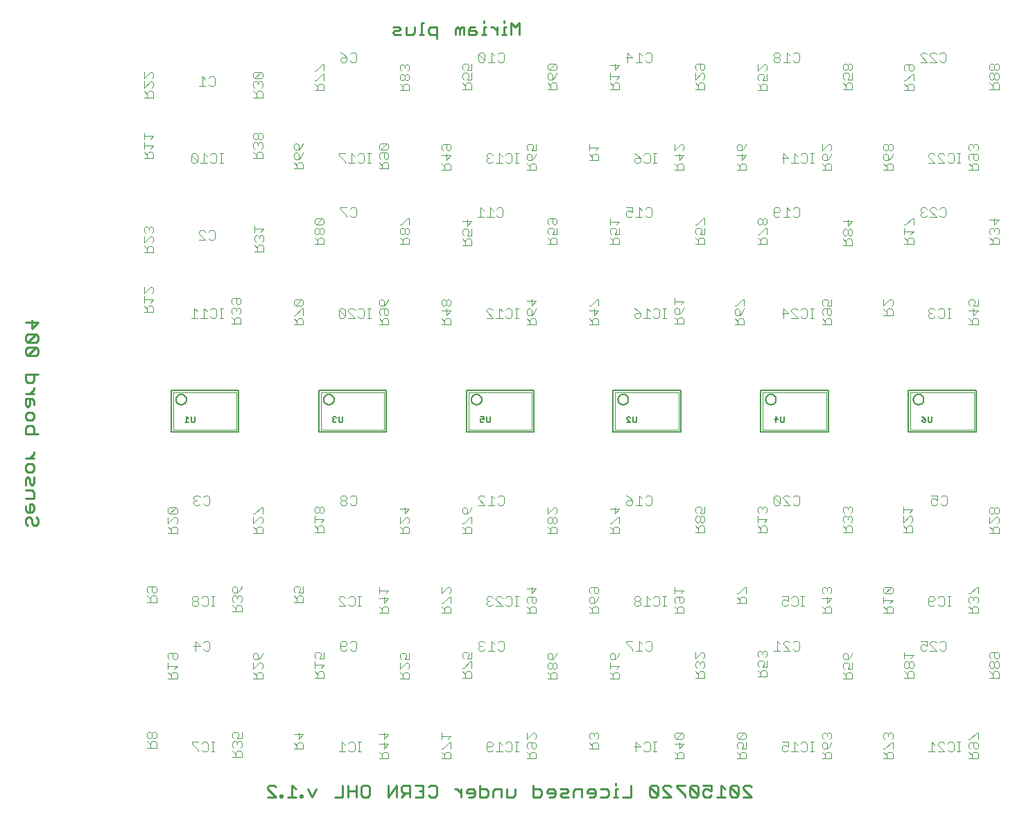
<source format=gbr>
G04 EAGLE Gerber RS-274X export*
G75*
%MOMM*%
%FSLAX34Y34*%
%LPD*%
%INSilkscreen Bottom*%
%IPPOS*%
%AMOC8*
5,1,8,0,0,1.08239X$1,22.5*%
G01*
%ADD10C,0.279400*%
%ADD11C,0.203200*%
%ADD12C,0.050800*%
%ADD13C,0.152400*%
%ADD14C,0.101600*%


D10*
X32692Y356808D02*
X35192Y354308D01*
X35192Y349309D01*
X32692Y346809D01*
X30192Y346809D01*
X27692Y349309D01*
X27692Y354308D01*
X25193Y356808D01*
X22693Y356808D01*
X20193Y354308D01*
X20193Y349309D01*
X22693Y346809D01*
X20193Y365680D02*
X20193Y370680D01*
X20193Y365680D02*
X22693Y363181D01*
X27692Y363181D01*
X30192Y365680D01*
X30192Y370680D01*
X27692Y373180D01*
X25193Y373180D01*
X25193Y363181D01*
X20193Y379552D02*
X30192Y379552D01*
X30192Y387052D01*
X27692Y389551D01*
X20193Y389551D01*
X20193Y395924D02*
X20193Y403423D01*
X22693Y405923D01*
X25193Y403423D01*
X25193Y398423D01*
X27692Y395924D01*
X30192Y398423D01*
X30192Y405923D01*
X20193Y414795D02*
X20193Y419795D01*
X22693Y422294D01*
X27692Y422294D01*
X30192Y419795D01*
X30192Y414795D01*
X27692Y412295D01*
X22693Y412295D01*
X20193Y414795D01*
X20193Y428667D02*
X30192Y428667D01*
X25193Y428667D02*
X30192Y433666D01*
X30192Y436166D01*
X35192Y458681D02*
X20193Y458681D01*
X20193Y466181D01*
X22693Y468681D01*
X27692Y468681D01*
X30192Y466181D01*
X30192Y458681D01*
X20193Y477553D02*
X20193Y482552D01*
X22693Y485052D01*
X27692Y485052D01*
X30192Y482552D01*
X30192Y477553D01*
X27692Y475053D01*
X22693Y475053D01*
X20193Y477553D01*
X30192Y493924D02*
X30192Y498924D01*
X27692Y501424D01*
X20193Y501424D01*
X20193Y493924D01*
X22693Y491424D01*
X25193Y493924D01*
X25193Y501424D01*
X30192Y507796D02*
X20193Y507796D01*
X25193Y507796D02*
X30192Y512796D01*
X30192Y515295D01*
X35192Y531438D02*
X20193Y531438D01*
X20193Y523939D01*
X22693Y521439D01*
X27692Y521439D01*
X30192Y523939D01*
X30192Y531438D01*
X32692Y554182D02*
X22693Y554182D01*
X32692Y554182D02*
X35192Y556682D01*
X35192Y561682D01*
X32692Y564181D01*
X22693Y564181D01*
X20193Y561682D01*
X20193Y556682D01*
X22693Y554182D01*
X32692Y564181D01*
X32692Y570554D02*
X22693Y570554D01*
X32692Y570554D02*
X35192Y573053D01*
X35192Y578053D01*
X32692Y580553D01*
X22693Y580553D01*
X20193Y578053D01*
X20193Y573053D01*
X22693Y570554D01*
X32692Y580553D01*
X35192Y594425D02*
X20193Y594425D01*
X27692Y586925D02*
X35192Y594425D01*
X27692Y596924D02*
X27692Y586925D01*
X623291Y945793D02*
X623291Y960792D01*
X618291Y955792D01*
X613292Y960792D01*
X613292Y945793D01*
X606919Y955792D02*
X604420Y955792D01*
X604420Y945793D01*
X606919Y945793D02*
X601920Y945793D01*
X604420Y960792D02*
X604420Y963292D01*
X596005Y955792D02*
X596005Y945793D01*
X596005Y950793D02*
X591005Y955792D01*
X588506Y955792D01*
X582362Y955792D02*
X579862Y955792D01*
X579862Y945793D01*
X577363Y945793D02*
X582362Y945793D01*
X579862Y960792D02*
X579862Y963292D01*
X568948Y955792D02*
X563948Y955792D01*
X561449Y953292D01*
X561449Y945793D01*
X568948Y945793D01*
X571448Y948293D01*
X568948Y950793D01*
X561449Y950793D01*
X555076Y955792D02*
X555076Y945793D01*
X555076Y955792D02*
X552576Y955792D01*
X550077Y953292D01*
X550077Y945793D01*
X550077Y953292D02*
X547577Y955792D01*
X545077Y953292D01*
X545077Y945793D01*
X522333Y940793D02*
X522333Y955792D01*
X514834Y955792D01*
X512334Y953292D01*
X512334Y948293D01*
X514834Y945793D01*
X522333Y945793D01*
X505961Y960792D02*
X503462Y960792D01*
X503462Y945793D01*
X505961Y945793D02*
X500962Y945793D01*
X495047Y948293D02*
X495047Y955792D01*
X495047Y948293D02*
X492547Y945793D01*
X485048Y945793D01*
X485048Y955792D01*
X478676Y945793D02*
X471176Y945793D01*
X468676Y948293D01*
X471176Y950793D01*
X476176Y950793D01*
X478676Y953292D01*
X476176Y955792D01*
X468676Y955792D01*
X896992Y14593D02*
X906991Y14593D01*
X896992Y24592D01*
X896992Y27092D01*
X899492Y29592D01*
X904491Y29592D01*
X906991Y27092D01*
X890619Y27092D02*
X890619Y17093D01*
X890619Y27092D02*
X888120Y29592D01*
X883120Y29592D01*
X880620Y27092D01*
X880620Y17093D01*
X883120Y14593D01*
X888120Y14593D01*
X890619Y17093D01*
X880620Y27092D01*
X874248Y24592D02*
X869248Y29592D01*
X869248Y14593D01*
X864249Y14593D02*
X874248Y14593D01*
X857876Y29592D02*
X847877Y29592D01*
X857876Y29592D02*
X857876Y22092D01*
X852877Y24592D01*
X850377Y24592D01*
X847877Y22092D01*
X847877Y17093D01*
X850377Y14593D01*
X855377Y14593D01*
X857876Y17093D01*
X841505Y17093D02*
X841505Y27092D01*
X839005Y29592D01*
X834005Y29592D01*
X831506Y27092D01*
X831506Y17093D01*
X834005Y14593D01*
X839005Y14593D01*
X841505Y17093D01*
X831506Y27092D01*
X825133Y29592D02*
X815134Y29592D01*
X815134Y27092D01*
X825133Y17093D01*
X825133Y14593D01*
X808762Y14593D02*
X798762Y14593D01*
X798762Y24592D02*
X808762Y14593D01*
X798762Y24592D02*
X798762Y27092D01*
X801262Y29592D01*
X806262Y29592D01*
X808762Y27092D01*
X792390Y27092D02*
X792390Y17093D01*
X792390Y27092D02*
X789890Y29592D01*
X784891Y29592D01*
X782391Y27092D01*
X782391Y17093D01*
X784891Y14593D01*
X789890Y14593D01*
X792390Y17093D01*
X782391Y27092D01*
X759647Y29592D02*
X759647Y14593D01*
X749648Y14593D01*
X743275Y24592D02*
X740776Y24592D01*
X740776Y14593D01*
X743275Y14593D02*
X738276Y14593D01*
X740776Y29592D02*
X740776Y32092D01*
X729861Y24592D02*
X722362Y24592D01*
X729861Y24592D02*
X732361Y22092D01*
X732361Y17093D01*
X729861Y14593D01*
X722362Y14593D01*
X713490Y14593D02*
X708490Y14593D01*
X713490Y14593D02*
X715989Y17093D01*
X715989Y22092D01*
X713490Y24592D01*
X708490Y24592D01*
X705990Y22092D01*
X705990Y19593D01*
X715989Y19593D01*
X699618Y14593D02*
X699618Y24592D01*
X692118Y24592D01*
X689619Y22092D01*
X689619Y14593D01*
X683246Y14593D02*
X675747Y14593D01*
X673247Y17093D01*
X675747Y19593D01*
X680747Y19593D01*
X683246Y22092D01*
X680747Y24592D01*
X673247Y24592D01*
X664375Y14593D02*
X659375Y14593D01*
X664375Y14593D02*
X666875Y17093D01*
X666875Y22092D01*
X664375Y24592D01*
X659375Y24592D01*
X656876Y22092D01*
X656876Y19593D01*
X666875Y19593D01*
X640504Y14593D02*
X640504Y29592D01*
X640504Y14593D02*
X648003Y14593D01*
X650503Y17093D01*
X650503Y22092D01*
X648003Y24592D01*
X640504Y24592D01*
X617760Y24592D02*
X617760Y17093D01*
X615260Y14593D01*
X607761Y14593D01*
X607761Y24592D01*
X601389Y24592D02*
X601389Y14593D01*
X601389Y24592D02*
X593889Y24592D01*
X591389Y22092D01*
X591389Y14593D01*
X575018Y14593D02*
X575018Y29592D01*
X575018Y14593D02*
X582517Y14593D01*
X585017Y17093D01*
X585017Y22092D01*
X582517Y24592D01*
X575018Y24592D01*
X566146Y14593D02*
X561146Y14593D01*
X566146Y14593D02*
X568645Y17093D01*
X568645Y22092D01*
X566146Y24592D01*
X561146Y24592D01*
X558646Y22092D01*
X558646Y19593D01*
X568645Y19593D01*
X552274Y14593D02*
X552274Y24592D01*
X552274Y19593D02*
X547274Y24592D01*
X544774Y24592D01*
X514760Y29592D02*
X512260Y27092D01*
X514760Y29592D02*
X519760Y29592D01*
X522259Y27092D01*
X522259Y17093D01*
X519760Y14593D01*
X514760Y14593D01*
X512260Y17093D01*
X505888Y29592D02*
X495889Y29592D01*
X505888Y29592D02*
X505888Y14593D01*
X495889Y14593D01*
X500888Y22092D02*
X505888Y22092D01*
X489516Y14593D02*
X489516Y29592D01*
X482017Y29592D01*
X479517Y27092D01*
X479517Y22092D01*
X482017Y19593D01*
X489516Y19593D01*
X484517Y19593D02*
X479517Y14593D01*
X473145Y14593D02*
X473145Y29592D01*
X463145Y14593D01*
X463145Y29592D01*
X437902Y29592D02*
X432902Y29592D01*
X437902Y29592D02*
X440401Y27092D01*
X440401Y17093D01*
X437902Y14593D01*
X432902Y14593D01*
X430402Y17093D01*
X430402Y27092D01*
X432902Y29592D01*
X424030Y29592D02*
X424030Y14593D01*
X424030Y22092D02*
X414031Y22092D01*
X414031Y14593D02*
X414031Y29592D01*
X407658Y29592D02*
X407658Y14593D01*
X397659Y14593D01*
X374915Y24592D02*
X369916Y14593D01*
X364916Y24592D01*
X358544Y17093D02*
X358544Y14593D01*
X358544Y17093D02*
X356044Y17093D01*
X356044Y14593D01*
X358544Y14593D01*
X350358Y24592D02*
X345358Y29592D01*
X345358Y14593D01*
X340359Y14593D02*
X350358Y14593D01*
X333986Y14593D02*
X333986Y17093D01*
X331487Y17093D01*
X331487Y14593D01*
X333986Y14593D01*
X325801Y14593D02*
X315801Y14593D01*
X315801Y24592D02*
X325801Y14593D01*
X315801Y24592D02*
X315801Y27092D01*
X318301Y29592D01*
X323301Y29592D01*
X325801Y27092D01*
D11*
X280510Y512080D02*
X197950Y512080D01*
X280510Y512080D02*
X280510Y461360D01*
X197950Y461360D01*
X197950Y512080D01*
D12*
X200490Y509580D02*
X277970Y509580D01*
X277970Y463860D01*
X200490Y463860D01*
X200490Y509580D01*
D11*
X204051Y500690D02*
X204053Y500849D01*
X204059Y501008D01*
X204069Y501166D01*
X204083Y501325D01*
X204101Y501483D01*
X204122Y501640D01*
X204148Y501797D01*
X204178Y501953D01*
X204211Y502109D01*
X204249Y502263D01*
X204290Y502417D01*
X204335Y502569D01*
X204384Y502720D01*
X204437Y502870D01*
X204493Y503019D01*
X204554Y503166D01*
X204617Y503311D01*
X204685Y503455D01*
X204756Y503598D01*
X204830Y503738D01*
X204908Y503876D01*
X204990Y504013D01*
X205075Y504147D01*
X205163Y504280D01*
X205254Y504410D01*
X205349Y504537D01*
X205447Y504662D01*
X205548Y504785D01*
X205652Y504905D01*
X205759Y505023D01*
X205869Y505138D01*
X205982Y505250D01*
X206097Y505359D01*
X206215Y505465D01*
X206336Y505569D01*
X206460Y505669D01*
X206585Y505766D01*
X206714Y505860D01*
X206844Y505950D01*
X206977Y506038D01*
X207112Y506122D01*
X207249Y506202D01*
X207388Y506280D01*
X207529Y506353D01*
X207671Y506423D01*
X207816Y506490D01*
X207962Y506553D01*
X208109Y506612D01*
X208258Y506668D01*
X208409Y506719D01*
X208560Y506767D01*
X208713Y506811D01*
X208867Y506852D01*
X209021Y506888D01*
X209177Y506921D01*
X209333Y506950D01*
X209490Y506974D01*
X209648Y506995D01*
X209806Y507012D01*
X209964Y507025D01*
X210123Y507034D01*
X210282Y507039D01*
X210441Y507040D01*
X210600Y507037D01*
X210758Y507030D01*
X210917Y507019D01*
X211075Y507004D01*
X211233Y506985D01*
X211390Y506962D01*
X211547Y506936D01*
X211703Y506905D01*
X211858Y506871D01*
X212012Y506832D01*
X212166Y506790D01*
X212318Y506744D01*
X212469Y506694D01*
X212618Y506640D01*
X212767Y506583D01*
X212913Y506522D01*
X213059Y506457D01*
X213202Y506389D01*
X213344Y506317D01*
X213484Y506241D01*
X213622Y506163D01*
X213758Y506080D01*
X213892Y505995D01*
X214023Y505906D01*
X214153Y505813D01*
X214280Y505718D01*
X214404Y505619D01*
X214527Y505517D01*
X214646Y505413D01*
X214763Y505305D01*
X214877Y505194D01*
X214988Y505081D01*
X215097Y504965D01*
X215202Y504846D01*
X215305Y504724D01*
X215404Y504600D01*
X215501Y504474D01*
X215594Y504345D01*
X215684Y504214D01*
X215770Y504080D01*
X215853Y503945D01*
X215933Y503807D01*
X216009Y503668D01*
X216082Y503527D01*
X216151Y503384D01*
X216217Y503239D01*
X216279Y503092D01*
X216337Y502945D01*
X216392Y502795D01*
X216443Y502645D01*
X216490Y502493D01*
X216533Y502340D01*
X216572Y502186D01*
X216608Y502031D01*
X216639Y501875D01*
X216667Y501719D01*
X216691Y501562D01*
X216711Y501404D01*
X216727Y501246D01*
X216739Y501087D01*
X216747Y500928D01*
X216751Y500769D01*
X216751Y500611D01*
X216747Y500452D01*
X216739Y500293D01*
X216727Y500134D01*
X216711Y499976D01*
X216691Y499818D01*
X216667Y499661D01*
X216639Y499505D01*
X216608Y499349D01*
X216572Y499194D01*
X216533Y499040D01*
X216490Y498887D01*
X216443Y498735D01*
X216392Y498585D01*
X216337Y498435D01*
X216279Y498288D01*
X216217Y498141D01*
X216151Y497996D01*
X216082Y497853D01*
X216009Y497712D01*
X215933Y497573D01*
X215853Y497435D01*
X215770Y497300D01*
X215684Y497166D01*
X215594Y497035D01*
X215501Y496906D01*
X215404Y496780D01*
X215305Y496656D01*
X215202Y496534D01*
X215097Y496415D01*
X214988Y496299D01*
X214877Y496186D01*
X214763Y496075D01*
X214646Y495967D01*
X214527Y495863D01*
X214404Y495761D01*
X214280Y495662D01*
X214153Y495567D01*
X214023Y495474D01*
X213892Y495385D01*
X213758Y495300D01*
X213622Y495217D01*
X213484Y495139D01*
X213344Y495063D01*
X213202Y494991D01*
X213059Y494923D01*
X212913Y494858D01*
X212767Y494797D01*
X212618Y494740D01*
X212469Y494686D01*
X212318Y494636D01*
X212166Y494590D01*
X212012Y494548D01*
X211858Y494509D01*
X211703Y494475D01*
X211547Y494444D01*
X211390Y494418D01*
X211233Y494395D01*
X211075Y494376D01*
X210917Y494361D01*
X210758Y494350D01*
X210600Y494343D01*
X210441Y494340D01*
X210282Y494341D01*
X210123Y494346D01*
X209964Y494355D01*
X209806Y494368D01*
X209648Y494385D01*
X209490Y494406D01*
X209333Y494430D01*
X209177Y494459D01*
X209021Y494492D01*
X208867Y494528D01*
X208713Y494569D01*
X208560Y494613D01*
X208409Y494661D01*
X208258Y494712D01*
X208109Y494768D01*
X207962Y494827D01*
X207816Y494890D01*
X207671Y494957D01*
X207529Y495027D01*
X207388Y495100D01*
X207249Y495178D01*
X207112Y495258D01*
X206977Y495342D01*
X206844Y495430D01*
X206714Y495520D01*
X206585Y495614D01*
X206460Y495711D01*
X206336Y495811D01*
X206215Y495915D01*
X206097Y496021D01*
X205982Y496130D01*
X205869Y496242D01*
X205759Y496357D01*
X205652Y496475D01*
X205548Y496595D01*
X205447Y496718D01*
X205349Y496843D01*
X205254Y496970D01*
X205163Y497100D01*
X205075Y497233D01*
X204990Y497367D01*
X204908Y497504D01*
X204830Y497642D01*
X204756Y497782D01*
X204685Y497925D01*
X204617Y498069D01*
X204554Y498214D01*
X204493Y498361D01*
X204437Y498510D01*
X204384Y498660D01*
X204335Y498811D01*
X204290Y498963D01*
X204249Y499117D01*
X204211Y499271D01*
X204178Y499427D01*
X204148Y499583D01*
X204122Y499740D01*
X204101Y499897D01*
X204083Y500055D01*
X204069Y500214D01*
X204059Y500372D01*
X204053Y500531D01*
X204051Y500690D01*
D13*
X226766Y479360D02*
X226766Y473852D01*
X225665Y472750D01*
X223462Y472750D01*
X222360Y473852D01*
X222360Y479360D01*
X219282Y477156D02*
X217079Y479360D01*
X217079Y472750D01*
X219282Y472750D02*
X214876Y472750D01*
D11*
X737700Y512080D02*
X820260Y512080D01*
X820260Y461360D01*
X737700Y461360D01*
X737700Y512080D01*
D12*
X740240Y509580D02*
X817720Y509580D01*
X817720Y463860D01*
X740240Y463860D01*
X740240Y509580D01*
D11*
X743801Y500690D02*
X743803Y500849D01*
X743809Y501008D01*
X743819Y501166D01*
X743833Y501325D01*
X743851Y501483D01*
X743872Y501640D01*
X743898Y501797D01*
X743928Y501953D01*
X743961Y502109D01*
X743999Y502263D01*
X744040Y502417D01*
X744085Y502569D01*
X744134Y502720D01*
X744187Y502870D01*
X744243Y503019D01*
X744304Y503166D01*
X744367Y503311D01*
X744435Y503455D01*
X744506Y503598D01*
X744580Y503738D01*
X744658Y503876D01*
X744740Y504013D01*
X744825Y504147D01*
X744913Y504280D01*
X745004Y504410D01*
X745099Y504537D01*
X745197Y504662D01*
X745298Y504785D01*
X745402Y504905D01*
X745509Y505023D01*
X745619Y505138D01*
X745732Y505250D01*
X745847Y505359D01*
X745965Y505465D01*
X746086Y505569D01*
X746210Y505669D01*
X746335Y505766D01*
X746464Y505860D01*
X746594Y505950D01*
X746727Y506038D01*
X746862Y506122D01*
X746999Y506202D01*
X747138Y506280D01*
X747279Y506353D01*
X747421Y506423D01*
X747566Y506490D01*
X747712Y506553D01*
X747859Y506612D01*
X748008Y506668D01*
X748159Y506719D01*
X748310Y506767D01*
X748463Y506811D01*
X748617Y506852D01*
X748771Y506888D01*
X748927Y506921D01*
X749083Y506950D01*
X749240Y506974D01*
X749398Y506995D01*
X749556Y507012D01*
X749714Y507025D01*
X749873Y507034D01*
X750032Y507039D01*
X750191Y507040D01*
X750350Y507037D01*
X750508Y507030D01*
X750667Y507019D01*
X750825Y507004D01*
X750983Y506985D01*
X751140Y506962D01*
X751297Y506936D01*
X751453Y506905D01*
X751608Y506871D01*
X751762Y506832D01*
X751916Y506790D01*
X752068Y506744D01*
X752219Y506694D01*
X752368Y506640D01*
X752517Y506583D01*
X752663Y506522D01*
X752809Y506457D01*
X752952Y506389D01*
X753094Y506317D01*
X753234Y506241D01*
X753372Y506163D01*
X753508Y506080D01*
X753642Y505995D01*
X753773Y505906D01*
X753903Y505813D01*
X754030Y505718D01*
X754154Y505619D01*
X754277Y505517D01*
X754396Y505413D01*
X754513Y505305D01*
X754627Y505194D01*
X754738Y505081D01*
X754847Y504965D01*
X754952Y504846D01*
X755055Y504724D01*
X755154Y504600D01*
X755251Y504474D01*
X755344Y504345D01*
X755434Y504214D01*
X755520Y504080D01*
X755603Y503945D01*
X755683Y503807D01*
X755759Y503668D01*
X755832Y503527D01*
X755901Y503384D01*
X755967Y503239D01*
X756029Y503092D01*
X756087Y502945D01*
X756142Y502795D01*
X756193Y502645D01*
X756240Y502493D01*
X756283Y502340D01*
X756322Y502186D01*
X756358Y502031D01*
X756389Y501875D01*
X756417Y501719D01*
X756441Y501562D01*
X756461Y501404D01*
X756477Y501246D01*
X756489Y501087D01*
X756497Y500928D01*
X756501Y500769D01*
X756501Y500611D01*
X756497Y500452D01*
X756489Y500293D01*
X756477Y500134D01*
X756461Y499976D01*
X756441Y499818D01*
X756417Y499661D01*
X756389Y499505D01*
X756358Y499349D01*
X756322Y499194D01*
X756283Y499040D01*
X756240Y498887D01*
X756193Y498735D01*
X756142Y498585D01*
X756087Y498435D01*
X756029Y498288D01*
X755967Y498141D01*
X755901Y497996D01*
X755832Y497853D01*
X755759Y497712D01*
X755683Y497573D01*
X755603Y497435D01*
X755520Y497300D01*
X755434Y497166D01*
X755344Y497035D01*
X755251Y496906D01*
X755154Y496780D01*
X755055Y496656D01*
X754952Y496534D01*
X754847Y496415D01*
X754738Y496299D01*
X754627Y496186D01*
X754513Y496075D01*
X754396Y495967D01*
X754277Y495863D01*
X754154Y495761D01*
X754030Y495662D01*
X753903Y495567D01*
X753773Y495474D01*
X753642Y495385D01*
X753508Y495300D01*
X753372Y495217D01*
X753234Y495139D01*
X753094Y495063D01*
X752952Y494991D01*
X752809Y494923D01*
X752663Y494858D01*
X752517Y494797D01*
X752368Y494740D01*
X752219Y494686D01*
X752068Y494636D01*
X751916Y494590D01*
X751762Y494548D01*
X751608Y494509D01*
X751453Y494475D01*
X751297Y494444D01*
X751140Y494418D01*
X750983Y494395D01*
X750825Y494376D01*
X750667Y494361D01*
X750508Y494350D01*
X750350Y494343D01*
X750191Y494340D01*
X750032Y494341D01*
X749873Y494346D01*
X749714Y494355D01*
X749556Y494368D01*
X749398Y494385D01*
X749240Y494406D01*
X749083Y494430D01*
X748927Y494459D01*
X748771Y494492D01*
X748617Y494528D01*
X748463Y494569D01*
X748310Y494613D01*
X748159Y494661D01*
X748008Y494712D01*
X747859Y494768D01*
X747712Y494827D01*
X747566Y494890D01*
X747421Y494957D01*
X747279Y495027D01*
X747138Y495100D01*
X746999Y495178D01*
X746862Y495258D01*
X746727Y495342D01*
X746594Y495430D01*
X746464Y495520D01*
X746335Y495614D01*
X746210Y495711D01*
X746086Y495811D01*
X745965Y495915D01*
X745847Y496021D01*
X745732Y496130D01*
X745619Y496242D01*
X745509Y496357D01*
X745402Y496475D01*
X745298Y496595D01*
X745197Y496718D01*
X745099Y496843D01*
X745004Y496970D01*
X744913Y497100D01*
X744825Y497233D01*
X744740Y497367D01*
X744658Y497504D01*
X744580Y497642D01*
X744506Y497782D01*
X744435Y497925D01*
X744367Y498069D01*
X744304Y498214D01*
X744243Y498361D01*
X744187Y498510D01*
X744134Y498660D01*
X744085Y498811D01*
X744040Y498963D01*
X743999Y499117D01*
X743961Y499271D01*
X743928Y499427D01*
X743898Y499583D01*
X743872Y499740D01*
X743851Y499897D01*
X743833Y500055D01*
X743819Y500214D01*
X743809Y500372D01*
X743803Y500531D01*
X743801Y500690D01*
D13*
X766516Y479360D02*
X766516Y473852D01*
X765415Y472750D01*
X763212Y472750D01*
X762110Y473852D01*
X762110Y479360D01*
X759032Y472750D02*
X754626Y472750D01*
X759032Y472750D02*
X754626Y477156D01*
X754626Y478258D01*
X755727Y479360D01*
X757931Y479360D01*
X759032Y478258D01*
D11*
X918040Y512080D02*
X1000600Y512080D01*
X1000600Y461360D01*
X918040Y461360D01*
X918040Y512080D01*
D12*
X920580Y509580D02*
X998060Y509580D01*
X998060Y463860D01*
X920580Y463860D01*
X920580Y509580D01*
D11*
X924141Y500690D02*
X924143Y500849D01*
X924149Y501008D01*
X924159Y501166D01*
X924173Y501325D01*
X924191Y501483D01*
X924212Y501640D01*
X924238Y501797D01*
X924268Y501953D01*
X924301Y502109D01*
X924339Y502263D01*
X924380Y502417D01*
X924425Y502569D01*
X924474Y502720D01*
X924527Y502870D01*
X924583Y503019D01*
X924644Y503166D01*
X924707Y503311D01*
X924775Y503455D01*
X924846Y503598D01*
X924920Y503738D01*
X924998Y503876D01*
X925080Y504013D01*
X925165Y504147D01*
X925253Y504280D01*
X925344Y504410D01*
X925439Y504537D01*
X925537Y504662D01*
X925638Y504785D01*
X925742Y504905D01*
X925849Y505023D01*
X925959Y505138D01*
X926072Y505250D01*
X926187Y505359D01*
X926305Y505465D01*
X926426Y505569D01*
X926550Y505669D01*
X926675Y505766D01*
X926804Y505860D01*
X926934Y505950D01*
X927067Y506038D01*
X927202Y506122D01*
X927339Y506202D01*
X927478Y506280D01*
X927619Y506353D01*
X927761Y506423D01*
X927906Y506490D01*
X928052Y506553D01*
X928199Y506612D01*
X928348Y506668D01*
X928499Y506719D01*
X928650Y506767D01*
X928803Y506811D01*
X928957Y506852D01*
X929111Y506888D01*
X929267Y506921D01*
X929423Y506950D01*
X929580Y506974D01*
X929738Y506995D01*
X929896Y507012D01*
X930054Y507025D01*
X930213Y507034D01*
X930372Y507039D01*
X930531Y507040D01*
X930690Y507037D01*
X930848Y507030D01*
X931007Y507019D01*
X931165Y507004D01*
X931323Y506985D01*
X931480Y506962D01*
X931637Y506936D01*
X931793Y506905D01*
X931948Y506871D01*
X932102Y506832D01*
X932256Y506790D01*
X932408Y506744D01*
X932559Y506694D01*
X932708Y506640D01*
X932857Y506583D01*
X933003Y506522D01*
X933149Y506457D01*
X933292Y506389D01*
X933434Y506317D01*
X933574Y506241D01*
X933712Y506163D01*
X933848Y506080D01*
X933982Y505995D01*
X934113Y505906D01*
X934243Y505813D01*
X934370Y505718D01*
X934494Y505619D01*
X934617Y505517D01*
X934736Y505413D01*
X934853Y505305D01*
X934967Y505194D01*
X935078Y505081D01*
X935187Y504965D01*
X935292Y504846D01*
X935395Y504724D01*
X935494Y504600D01*
X935591Y504474D01*
X935684Y504345D01*
X935774Y504214D01*
X935860Y504080D01*
X935943Y503945D01*
X936023Y503807D01*
X936099Y503668D01*
X936172Y503527D01*
X936241Y503384D01*
X936307Y503239D01*
X936369Y503092D01*
X936427Y502945D01*
X936482Y502795D01*
X936533Y502645D01*
X936580Y502493D01*
X936623Y502340D01*
X936662Y502186D01*
X936698Y502031D01*
X936729Y501875D01*
X936757Y501719D01*
X936781Y501562D01*
X936801Y501404D01*
X936817Y501246D01*
X936829Y501087D01*
X936837Y500928D01*
X936841Y500769D01*
X936841Y500611D01*
X936837Y500452D01*
X936829Y500293D01*
X936817Y500134D01*
X936801Y499976D01*
X936781Y499818D01*
X936757Y499661D01*
X936729Y499505D01*
X936698Y499349D01*
X936662Y499194D01*
X936623Y499040D01*
X936580Y498887D01*
X936533Y498735D01*
X936482Y498585D01*
X936427Y498435D01*
X936369Y498288D01*
X936307Y498141D01*
X936241Y497996D01*
X936172Y497853D01*
X936099Y497712D01*
X936023Y497573D01*
X935943Y497435D01*
X935860Y497300D01*
X935774Y497166D01*
X935684Y497035D01*
X935591Y496906D01*
X935494Y496780D01*
X935395Y496656D01*
X935292Y496534D01*
X935187Y496415D01*
X935078Y496299D01*
X934967Y496186D01*
X934853Y496075D01*
X934736Y495967D01*
X934617Y495863D01*
X934494Y495761D01*
X934370Y495662D01*
X934243Y495567D01*
X934113Y495474D01*
X933982Y495385D01*
X933848Y495300D01*
X933712Y495217D01*
X933574Y495139D01*
X933434Y495063D01*
X933292Y494991D01*
X933149Y494923D01*
X933003Y494858D01*
X932857Y494797D01*
X932708Y494740D01*
X932559Y494686D01*
X932408Y494636D01*
X932256Y494590D01*
X932102Y494548D01*
X931948Y494509D01*
X931793Y494475D01*
X931637Y494444D01*
X931480Y494418D01*
X931323Y494395D01*
X931165Y494376D01*
X931007Y494361D01*
X930848Y494350D01*
X930690Y494343D01*
X930531Y494340D01*
X930372Y494341D01*
X930213Y494346D01*
X930054Y494355D01*
X929896Y494368D01*
X929738Y494385D01*
X929580Y494406D01*
X929423Y494430D01*
X929267Y494459D01*
X929111Y494492D01*
X928957Y494528D01*
X928803Y494569D01*
X928650Y494613D01*
X928499Y494661D01*
X928348Y494712D01*
X928199Y494768D01*
X928052Y494827D01*
X927906Y494890D01*
X927761Y494957D01*
X927619Y495027D01*
X927478Y495100D01*
X927339Y495178D01*
X927202Y495258D01*
X927067Y495342D01*
X926934Y495430D01*
X926804Y495520D01*
X926675Y495614D01*
X926550Y495711D01*
X926426Y495811D01*
X926305Y495915D01*
X926187Y496021D01*
X926072Y496130D01*
X925959Y496242D01*
X925849Y496357D01*
X925742Y496475D01*
X925638Y496595D01*
X925537Y496718D01*
X925439Y496843D01*
X925344Y496970D01*
X925253Y497100D01*
X925165Y497233D01*
X925080Y497367D01*
X924998Y497504D01*
X924920Y497642D01*
X924846Y497782D01*
X924775Y497925D01*
X924707Y498069D01*
X924644Y498214D01*
X924583Y498361D01*
X924527Y498510D01*
X924474Y498660D01*
X924425Y498811D01*
X924380Y498963D01*
X924339Y499117D01*
X924301Y499271D01*
X924268Y499427D01*
X924238Y499583D01*
X924212Y499740D01*
X924191Y499897D01*
X924173Y500055D01*
X924159Y500214D01*
X924149Y500372D01*
X924143Y500531D01*
X924141Y500690D01*
D13*
X946856Y479360D02*
X946856Y473852D01*
X945755Y472750D01*
X943552Y472750D01*
X942450Y473852D01*
X942450Y479360D01*
X936067Y479360D02*
X936067Y472750D01*
X939372Y476055D02*
X936067Y479360D01*
X934966Y476055D02*
X939372Y476055D01*
D11*
X460850Y512080D02*
X378290Y512080D01*
X460850Y512080D02*
X460850Y461360D01*
X378290Y461360D01*
X378290Y512080D01*
D12*
X380830Y509580D02*
X458310Y509580D01*
X458310Y463860D01*
X380830Y463860D01*
X380830Y509580D01*
D11*
X384391Y500690D02*
X384393Y500849D01*
X384399Y501008D01*
X384409Y501166D01*
X384423Y501325D01*
X384441Y501483D01*
X384462Y501640D01*
X384488Y501797D01*
X384518Y501953D01*
X384551Y502109D01*
X384589Y502263D01*
X384630Y502417D01*
X384675Y502569D01*
X384724Y502720D01*
X384777Y502870D01*
X384833Y503019D01*
X384894Y503166D01*
X384957Y503311D01*
X385025Y503455D01*
X385096Y503598D01*
X385170Y503738D01*
X385248Y503876D01*
X385330Y504013D01*
X385415Y504147D01*
X385503Y504280D01*
X385594Y504410D01*
X385689Y504537D01*
X385787Y504662D01*
X385888Y504785D01*
X385992Y504905D01*
X386099Y505023D01*
X386209Y505138D01*
X386322Y505250D01*
X386437Y505359D01*
X386555Y505465D01*
X386676Y505569D01*
X386800Y505669D01*
X386925Y505766D01*
X387054Y505860D01*
X387184Y505950D01*
X387317Y506038D01*
X387452Y506122D01*
X387589Y506202D01*
X387728Y506280D01*
X387869Y506353D01*
X388011Y506423D01*
X388156Y506490D01*
X388302Y506553D01*
X388449Y506612D01*
X388598Y506668D01*
X388749Y506719D01*
X388900Y506767D01*
X389053Y506811D01*
X389207Y506852D01*
X389361Y506888D01*
X389517Y506921D01*
X389673Y506950D01*
X389830Y506974D01*
X389988Y506995D01*
X390146Y507012D01*
X390304Y507025D01*
X390463Y507034D01*
X390622Y507039D01*
X390781Y507040D01*
X390940Y507037D01*
X391098Y507030D01*
X391257Y507019D01*
X391415Y507004D01*
X391573Y506985D01*
X391730Y506962D01*
X391887Y506936D01*
X392043Y506905D01*
X392198Y506871D01*
X392352Y506832D01*
X392506Y506790D01*
X392658Y506744D01*
X392809Y506694D01*
X392958Y506640D01*
X393107Y506583D01*
X393253Y506522D01*
X393399Y506457D01*
X393542Y506389D01*
X393684Y506317D01*
X393824Y506241D01*
X393962Y506163D01*
X394098Y506080D01*
X394232Y505995D01*
X394363Y505906D01*
X394493Y505813D01*
X394620Y505718D01*
X394744Y505619D01*
X394867Y505517D01*
X394986Y505413D01*
X395103Y505305D01*
X395217Y505194D01*
X395328Y505081D01*
X395437Y504965D01*
X395542Y504846D01*
X395645Y504724D01*
X395744Y504600D01*
X395841Y504474D01*
X395934Y504345D01*
X396024Y504214D01*
X396110Y504080D01*
X396193Y503945D01*
X396273Y503807D01*
X396349Y503668D01*
X396422Y503527D01*
X396491Y503384D01*
X396557Y503239D01*
X396619Y503092D01*
X396677Y502945D01*
X396732Y502795D01*
X396783Y502645D01*
X396830Y502493D01*
X396873Y502340D01*
X396912Y502186D01*
X396948Y502031D01*
X396979Y501875D01*
X397007Y501719D01*
X397031Y501562D01*
X397051Y501404D01*
X397067Y501246D01*
X397079Y501087D01*
X397087Y500928D01*
X397091Y500769D01*
X397091Y500611D01*
X397087Y500452D01*
X397079Y500293D01*
X397067Y500134D01*
X397051Y499976D01*
X397031Y499818D01*
X397007Y499661D01*
X396979Y499505D01*
X396948Y499349D01*
X396912Y499194D01*
X396873Y499040D01*
X396830Y498887D01*
X396783Y498735D01*
X396732Y498585D01*
X396677Y498435D01*
X396619Y498288D01*
X396557Y498141D01*
X396491Y497996D01*
X396422Y497853D01*
X396349Y497712D01*
X396273Y497573D01*
X396193Y497435D01*
X396110Y497300D01*
X396024Y497166D01*
X395934Y497035D01*
X395841Y496906D01*
X395744Y496780D01*
X395645Y496656D01*
X395542Y496534D01*
X395437Y496415D01*
X395328Y496299D01*
X395217Y496186D01*
X395103Y496075D01*
X394986Y495967D01*
X394867Y495863D01*
X394744Y495761D01*
X394620Y495662D01*
X394493Y495567D01*
X394363Y495474D01*
X394232Y495385D01*
X394098Y495300D01*
X393962Y495217D01*
X393824Y495139D01*
X393684Y495063D01*
X393542Y494991D01*
X393399Y494923D01*
X393253Y494858D01*
X393107Y494797D01*
X392958Y494740D01*
X392809Y494686D01*
X392658Y494636D01*
X392506Y494590D01*
X392352Y494548D01*
X392198Y494509D01*
X392043Y494475D01*
X391887Y494444D01*
X391730Y494418D01*
X391573Y494395D01*
X391415Y494376D01*
X391257Y494361D01*
X391098Y494350D01*
X390940Y494343D01*
X390781Y494340D01*
X390622Y494341D01*
X390463Y494346D01*
X390304Y494355D01*
X390146Y494368D01*
X389988Y494385D01*
X389830Y494406D01*
X389673Y494430D01*
X389517Y494459D01*
X389361Y494492D01*
X389207Y494528D01*
X389053Y494569D01*
X388900Y494613D01*
X388749Y494661D01*
X388598Y494712D01*
X388449Y494768D01*
X388302Y494827D01*
X388156Y494890D01*
X388011Y494957D01*
X387869Y495027D01*
X387728Y495100D01*
X387589Y495178D01*
X387452Y495258D01*
X387317Y495342D01*
X387184Y495430D01*
X387054Y495520D01*
X386925Y495614D01*
X386800Y495711D01*
X386676Y495811D01*
X386555Y495915D01*
X386437Y496021D01*
X386322Y496130D01*
X386209Y496242D01*
X386099Y496357D01*
X385992Y496475D01*
X385888Y496595D01*
X385787Y496718D01*
X385689Y496843D01*
X385594Y496970D01*
X385503Y497100D01*
X385415Y497233D01*
X385330Y497367D01*
X385248Y497504D01*
X385170Y497642D01*
X385096Y497782D01*
X385025Y497925D01*
X384957Y498069D01*
X384894Y498214D01*
X384833Y498361D01*
X384777Y498510D01*
X384724Y498660D01*
X384675Y498811D01*
X384630Y498963D01*
X384589Y499117D01*
X384551Y499271D01*
X384518Y499427D01*
X384488Y499583D01*
X384462Y499740D01*
X384441Y499897D01*
X384423Y500055D01*
X384409Y500214D01*
X384399Y500372D01*
X384393Y500531D01*
X384391Y500690D01*
D13*
X407106Y479360D02*
X407106Y473852D01*
X406005Y472750D01*
X403802Y472750D01*
X402700Y473852D01*
X402700Y479360D01*
X399622Y478258D02*
X398521Y479360D01*
X396317Y479360D01*
X395216Y478258D01*
X395216Y477156D01*
X396317Y476055D01*
X397419Y476055D01*
X396317Y476055D02*
X395216Y474953D01*
X395216Y473852D01*
X396317Y472750D01*
X398521Y472750D01*
X399622Y473852D01*
D11*
X1098380Y512080D02*
X1180940Y512080D01*
X1180940Y461360D01*
X1098380Y461360D01*
X1098380Y512080D01*
D12*
X1100920Y509580D02*
X1178400Y509580D01*
X1178400Y463860D01*
X1100920Y463860D01*
X1100920Y509580D01*
D11*
X1104481Y500690D02*
X1104483Y500849D01*
X1104489Y501008D01*
X1104499Y501166D01*
X1104513Y501325D01*
X1104531Y501483D01*
X1104552Y501640D01*
X1104578Y501797D01*
X1104608Y501953D01*
X1104641Y502109D01*
X1104679Y502263D01*
X1104720Y502417D01*
X1104765Y502569D01*
X1104814Y502720D01*
X1104867Y502870D01*
X1104923Y503019D01*
X1104984Y503166D01*
X1105047Y503311D01*
X1105115Y503455D01*
X1105186Y503598D01*
X1105260Y503738D01*
X1105338Y503876D01*
X1105420Y504013D01*
X1105505Y504147D01*
X1105593Y504280D01*
X1105684Y504410D01*
X1105779Y504537D01*
X1105877Y504662D01*
X1105978Y504785D01*
X1106082Y504905D01*
X1106189Y505023D01*
X1106299Y505138D01*
X1106412Y505250D01*
X1106527Y505359D01*
X1106645Y505465D01*
X1106766Y505569D01*
X1106890Y505669D01*
X1107015Y505766D01*
X1107144Y505860D01*
X1107274Y505950D01*
X1107407Y506038D01*
X1107542Y506122D01*
X1107679Y506202D01*
X1107818Y506280D01*
X1107959Y506353D01*
X1108101Y506423D01*
X1108246Y506490D01*
X1108392Y506553D01*
X1108539Y506612D01*
X1108688Y506668D01*
X1108839Y506719D01*
X1108990Y506767D01*
X1109143Y506811D01*
X1109297Y506852D01*
X1109451Y506888D01*
X1109607Y506921D01*
X1109763Y506950D01*
X1109920Y506974D01*
X1110078Y506995D01*
X1110236Y507012D01*
X1110394Y507025D01*
X1110553Y507034D01*
X1110712Y507039D01*
X1110871Y507040D01*
X1111030Y507037D01*
X1111188Y507030D01*
X1111347Y507019D01*
X1111505Y507004D01*
X1111663Y506985D01*
X1111820Y506962D01*
X1111977Y506936D01*
X1112133Y506905D01*
X1112288Y506871D01*
X1112442Y506832D01*
X1112596Y506790D01*
X1112748Y506744D01*
X1112899Y506694D01*
X1113048Y506640D01*
X1113197Y506583D01*
X1113343Y506522D01*
X1113489Y506457D01*
X1113632Y506389D01*
X1113774Y506317D01*
X1113914Y506241D01*
X1114052Y506163D01*
X1114188Y506080D01*
X1114322Y505995D01*
X1114453Y505906D01*
X1114583Y505813D01*
X1114710Y505718D01*
X1114834Y505619D01*
X1114957Y505517D01*
X1115076Y505413D01*
X1115193Y505305D01*
X1115307Y505194D01*
X1115418Y505081D01*
X1115527Y504965D01*
X1115632Y504846D01*
X1115735Y504724D01*
X1115834Y504600D01*
X1115931Y504474D01*
X1116024Y504345D01*
X1116114Y504214D01*
X1116200Y504080D01*
X1116283Y503945D01*
X1116363Y503807D01*
X1116439Y503668D01*
X1116512Y503527D01*
X1116581Y503384D01*
X1116647Y503239D01*
X1116709Y503092D01*
X1116767Y502945D01*
X1116822Y502795D01*
X1116873Y502645D01*
X1116920Y502493D01*
X1116963Y502340D01*
X1117002Y502186D01*
X1117038Y502031D01*
X1117069Y501875D01*
X1117097Y501719D01*
X1117121Y501562D01*
X1117141Y501404D01*
X1117157Y501246D01*
X1117169Y501087D01*
X1117177Y500928D01*
X1117181Y500769D01*
X1117181Y500611D01*
X1117177Y500452D01*
X1117169Y500293D01*
X1117157Y500134D01*
X1117141Y499976D01*
X1117121Y499818D01*
X1117097Y499661D01*
X1117069Y499505D01*
X1117038Y499349D01*
X1117002Y499194D01*
X1116963Y499040D01*
X1116920Y498887D01*
X1116873Y498735D01*
X1116822Y498585D01*
X1116767Y498435D01*
X1116709Y498288D01*
X1116647Y498141D01*
X1116581Y497996D01*
X1116512Y497853D01*
X1116439Y497712D01*
X1116363Y497573D01*
X1116283Y497435D01*
X1116200Y497300D01*
X1116114Y497166D01*
X1116024Y497035D01*
X1115931Y496906D01*
X1115834Y496780D01*
X1115735Y496656D01*
X1115632Y496534D01*
X1115527Y496415D01*
X1115418Y496299D01*
X1115307Y496186D01*
X1115193Y496075D01*
X1115076Y495967D01*
X1114957Y495863D01*
X1114834Y495761D01*
X1114710Y495662D01*
X1114583Y495567D01*
X1114453Y495474D01*
X1114322Y495385D01*
X1114188Y495300D01*
X1114052Y495217D01*
X1113914Y495139D01*
X1113774Y495063D01*
X1113632Y494991D01*
X1113489Y494923D01*
X1113343Y494858D01*
X1113197Y494797D01*
X1113048Y494740D01*
X1112899Y494686D01*
X1112748Y494636D01*
X1112596Y494590D01*
X1112442Y494548D01*
X1112288Y494509D01*
X1112133Y494475D01*
X1111977Y494444D01*
X1111820Y494418D01*
X1111663Y494395D01*
X1111505Y494376D01*
X1111347Y494361D01*
X1111188Y494350D01*
X1111030Y494343D01*
X1110871Y494340D01*
X1110712Y494341D01*
X1110553Y494346D01*
X1110394Y494355D01*
X1110236Y494368D01*
X1110078Y494385D01*
X1109920Y494406D01*
X1109763Y494430D01*
X1109607Y494459D01*
X1109451Y494492D01*
X1109297Y494528D01*
X1109143Y494569D01*
X1108990Y494613D01*
X1108839Y494661D01*
X1108688Y494712D01*
X1108539Y494768D01*
X1108392Y494827D01*
X1108246Y494890D01*
X1108101Y494957D01*
X1107959Y495027D01*
X1107818Y495100D01*
X1107679Y495178D01*
X1107542Y495258D01*
X1107407Y495342D01*
X1107274Y495430D01*
X1107144Y495520D01*
X1107015Y495614D01*
X1106890Y495711D01*
X1106766Y495811D01*
X1106645Y495915D01*
X1106527Y496021D01*
X1106412Y496130D01*
X1106299Y496242D01*
X1106189Y496357D01*
X1106082Y496475D01*
X1105978Y496595D01*
X1105877Y496718D01*
X1105779Y496843D01*
X1105684Y496970D01*
X1105593Y497100D01*
X1105505Y497233D01*
X1105420Y497367D01*
X1105338Y497504D01*
X1105260Y497642D01*
X1105186Y497782D01*
X1105115Y497925D01*
X1105047Y498069D01*
X1104984Y498214D01*
X1104923Y498361D01*
X1104867Y498510D01*
X1104814Y498660D01*
X1104765Y498811D01*
X1104720Y498963D01*
X1104679Y499117D01*
X1104641Y499271D01*
X1104608Y499427D01*
X1104578Y499583D01*
X1104552Y499740D01*
X1104531Y499897D01*
X1104513Y500055D01*
X1104499Y500214D01*
X1104489Y500372D01*
X1104483Y500531D01*
X1104481Y500690D01*
D13*
X1127196Y479360D02*
X1127196Y473852D01*
X1126095Y472750D01*
X1123892Y472750D01*
X1122790Y473852D01*
X1122790Y479360D01*
X1117509Y478258D02*
X1115306Y479360D01*
X1117509Y478258D02*
X1119712Y476055D01*
X1119712Y473852D01*
X1118611Y472750D01*
X1116407Y472750D01*
X1115306Y473852D01*
X1115306Y474953D01*
X1116407Y476055D01*
X1119712Y476055D01*
D11*
X641190Y512080D02*
X558630Y512080D01*
X641190Y512080D02*
X641190Y461360D01*
X558630Y461360D01*
X558630Y512080D01*
D12*
X561170Y509580D02*
X638650Y509580D01*
X638650Y463860D01*
X561170Y463860D01*
X561170Y509580D01*
D11*
X564731Y500690D02*
X564733Y500849D01*
X564739Y501008D01*
X564749Y501166D01*
X564763Y501325D01*
X564781Y501483D01*
X564802Y501640D01*
X564828Y501797D01*
X564858Y501953D01*
X564891Y502109D01*
X564929Y502263D01*
X564970Y502417D01*
X565015Y502569D01*
X565064Y502720D01*
X565117Y502870D01*
X565173Y503019D01*
X565234Y503166D01*
X565297Y503311D01*
X565365Y503455D01*
X565436Y503598D01*
X565510Y503738D01*
X565588Y503876D01*
X565670Y504013D01*
X565755Y504147D01*
X565843Y504280D01*
X565934Y504410D01*
X566029Y504537D01*
X566127Y504662D01*
X566228Y504785D01*
X566332Y504905D01*
X566439Y505023D01*
X566549Y505138D01*
X566662Y505250D01*
X566777Y505359D01*
X566895Y505465D01*
X567016Y505569D01*
X567140Y505669D01*
X567265Y505766D01*
X567394Y505860D01*
X567524Y505950D01*
X567657Y506038D01*
X567792Y506122D01*
X567929Y506202D01*
X568068Y506280D01*
X568209Y506353D01*
X568351Y506423D01*
X568496Y506490D01*
X568642Y506553D01*
X568789Y506612D01*
X568938Y506668D01*
X569089Y506719D01*
X569240Y506767D01*
X569393Y506811D01*
X569547Y506852D01*
X569701Y506888D01*
X569857Y506921D01*
X570013Y506950D01*
X570170Y506974D01*
X570328Y506995D01*
X570486Y507012D01*
X570644Y507025D01*
X570803Y507034D01*
X570962Y507039D01*
X571121Y507040D01*
X571280Y507037D01*
X571438Y507030D01*
X571597Y507019D01*
X571755Y507004D01*
X571913Y506985D01*
X572070Y506962D01*
X572227Y506936D01*
X572383Y506905D01*
X572538Y506871D01*
X572692Y506832D01*
X572846Y506790D01*
X572998Y506744D01*
X573149Y506694D01*
X573298Y506640D01*
X573447Y506583D01*
X573593Y506522D01*
X573739Y506457D01*
X573882Y506389D01*
X574024Y506317D01*
X574164Y506241D01*
X574302Y506163D01*
X574438Y506080D01*
X574572Y505995D01*
X574703Y505906D01*
X574833Y505813D01*
X574960Y505718D01*
X575084Y505619D01*
X575207Y505517D01*
X575326Y505413D01*
X575443Y505305D01*
X575557Y505194D01*
X575668Y505081D01*
X575777Y504965D01*
X575882Y504846D01*
X575985Y504724D01*
X576084Y504600D01*
X576181Y504474D01*
X576274Y504345D01*
X576364Y504214D01*
X576450Y504080D01*
X576533Y503945D01*
X576613Y503807D01*
X576689Y503668D01*
X576762Y503527D01*
X576831Y503384D01*
X576897Y503239D01*
X576959Y503092D01*
X577017Y502945D01*
X577072Y502795D01*
X577123Y502645D01*
X577170Y502493D01*
X577213Y502340D01*
X577252Y502186D01*
X577288Y502031D01*
X577319Y501875D01*
X577347Y501719D01*
X577371Y501562D01*
X577391Y501404D01*
X577407Y501246D01*
X577419Y501087D01*
X577427Y500928D01*
X577431Y500769D01*
X577431Y500611D01*
X577427Y500452D01*
X577419Y500293D01*
X577407Y500134D01*
X577391Y499976D01*
X577371Y499818D01*
X577347Y499661D01*
X577319Y499505D01*
X577288Y499349D01*
X577252Y499194D01*
X577213Y499040D01*
X577170Y498887D01*
X577123Y498735D01*
X577072Y498585D01*
X577017Y498435D01*
X576959Y498288D01*
X576897Y498141D01*
X576831Y497996D01*
X576762Y497853D01*
X576689Y497712D01*
X576613Y497573D01*
X576533Y497435D01*
X576450Y497300D01*
X576364Y497166D01*
X576274Y497035D01*
X576181Y496906D01*
X576084Y496780D01*
X575985Y496656D01*
X575882Y496534D01*
X575777Y496415D01*
X575668Y496299D01*
X575557Y496186D01*
X575443Y496075D01*
X575326Y495967D01*
X575207Y495863D01*
X575084Y495761D01*
X574960Y495662D01*
X574833Y495567D01*
X574703Y495474D01*
X574572Y495385D01*
X574438Y495300D01*
X574302Y495217D01*
X574164Y495139D01*
X574024Y495063D01*
X573882Y494991D01*
X573739Y494923D01*
X573593Y494858D01*
X573447Y494797D01*
X573298Y494740D01*
X573149Y494686D01*
X572998Y494636D01*
X572846Y494590D01*
X572692Y494548D01*
X572538Y494509D01*
X572383Y494475D01*
X572227Y494444D01*
X572070Y494418D01*
X571913Y494395D01*
X571755Y494376D01*
X571597Y494361D01*
X571438Y494350D01*
X571280Y494343D01*
X571121Y494340D01*
X570962Y494341D01*
X570803Y494346D01*
X570644Y494355D01*
X570486Y494368D01*
X570328Y494385D01*
X570170Y494406D01*
X570013Y494430D01*
X569857Y494459D01*
X569701Y494492D01*
X569547Y494528D01*
X569393Y494569D01*
X569240Y494613D01*
X569089Y494661D01*
X568938Y494712D01*
X568789Y494768D01*
X568642Y494827D01*
X568496Y494890D01*
X568351Y494957D01*
X568209Y495027D01*
X568068Y495100D01*
X567929Y495178D01*
X567792Y495258D01*
X567657Y495342D01*
X567524Y495430D01*
X567394Y495520D01*
X567265Y495614D01*
X567140Y495711D01*
X567016Y495811D01*
X566895Y495915D01*
X566777Y496021D01*
X566662Y496130D01*
X566549Y496242D01*
X566439Y496357D01*
X566332Y496475D01*
X566228Y496595D01*
X566127Y496718D01*
X566029Y496843D01*
X565934Y496970D01*
X565843Y497100D01*
X565755Y497233D01*
X565670Y497367D01*
X565588Y497504D01*
X565510Y497642D01*
X565436Y497782D01*
X565365Y497925D01*
X565297Y498069D01*
X565234Y498214D01*
X565173Y498361D01*
X565117Y498510D01*
X565064Y498660D01*
X565015Y498811D01*
X564970Y498963D01*
X564929Y499117D01*
X564891Y499271D01*
X564858Y499427D01*
X564828Y499583D01*
X564802Y499740D01*
X564781Y499897D01*
X564763Y500055D01*
X564749Y500214D01*
X564739Y500372D01*
X564733Y500531D01*
X564731Y500690D01*
D13*
X587446Y479360D02*
X587446Y473852D01*
X586345Y472750D01*
X584142Y472750D01*
X583040Y473852D01*
X583040Y479360D01*
X579962Y479360D02*
X575556Y479360D01*
X579962Y479360D02*
X579962Y476055D01*
X577759Y477156D01*
X576657Y477156D01*
X575556Y476055D01*
X575556Y473852D01*
X576657Y472750D01*
X578861Y472750D01*
X579962Y473852D01*
D14*
X261280Y789488D02*
X257382Y789488D01*
X259331Y789488D02*
X259331Y801182D01*
X261280Y801182D02*
X257382Y801182D01*
X247637Y801182D02*
X245688Y799233D01*
X247637Y801182D02*
X251535Y801182D01*
X253484Y799233D01*
X253484Y791437D01*
X251535Y789488D01*
X247637Y789488D01*
X245688Y791437D01*
X241790Y797284D02*
X237892Y801182D01*
X237892Y789488D01*
X241790Y789488D02*
X233994Y789488D01*
X230096Y791437D02*
X230096Y799233D01*
X228147Y801182D01*
X224249Y801182D01*
X222300Y799233D01*
X222300Y791437D01*
X224249Y789488D01*
X228147Y789488D01*
X230096Y791437D01*
X222300Y799233D01*
X257382Y600258D02*
X261280Y600258D01*
X259331Y600258D02*
X259331Y611952D01*
X261280Y611952D02*
X257382Y611952D01*
X247637Y611952D02*
X245688Y610003D01*
X247637Y611952D02*
X251535Y611952D01*
X253484Y610003D01*
X253484Y602207D01*
X251535Y600258D01*
X247637Y600258D01*
X245688Y602207D01*
X241790Y608054D02*
X237892Y611952D01*
X237892Y600258D01*
X241790Y600258D02*
X233994Y600258D01*
X230096Y608054D02*
X226198Y611952D01*
X226198Y600258D01*
X230096Y600258D02*
X222300Y600258D01*
X246958Y248468D02*
X250856Y248468D01*
X248907Y248468D02*
X248907Y260162D01*
X250856Y260162D02*
X246958Y260162D01*
X237213Y260162D02*
X235264Y258213D01*
X237213Y260162D02*
X241111Y260162D01*
X243060Y258213D01*
X243060Y250417D01*
X241111Y248468D01*
X237213Y248468D01*
X235264Y250417D01*
X231366Y258213D02*
X229417Y260162D01*
X225519Y260162D01*
X223570Y258213D01*
X223570Y256264D01*
X225519Y254315D01*
X223570Y252366D01*
X223570Y250417D01*
X225519Y248468D01*
X229417Y248468D01*
X231366Y250417D01*
X231366Y252366D01*
X229417Y254315D01*
X231366Y256264D01*
X231366Y258213D01*
X229417Y254315D02*
X225519Y254315D01*
X246958Y70668D02*
X250856Y70668D01*
X248907Y70668D02*
X248907Y82362D01*
X250856Y82362D02*
X246958Y82362D01*
X237213Y82362D02*
X235264Y80413D01*
X237213Y82362D02*
X241111Y82362D01*
X243060Y80413D01*
X243060Y72617D01*
X241111Y70668D01*
X237213Y70668D01*
X235264Y72617D01*
X231366Y82362D02*
X223570Y82362D01*
X223570Y80413D01*
X231366Y72617D01*
X231366Y70668D01*
X437722Y789488D02*
X441620Y789488D01*
X439671Y789488D02*
X439671Y801182D01*
X441620Y801182D02*
X437722Y801182D01*
X427977Y801182D02*
X426028Y799233D01*
X427977Y801182D02*
X431875Y801182D01*
X433824Y799233D01*
X433824Y791437D01*
X431875Y789488D01*
X427977Y789488D01*
X426028Y791437D01*
X422130Y797284D02*
X418232Y801182D01*
X418232Y789488D01*
X422130Y789488D02*
X414334Y789488D01*
X410436Y801182D02*
X402640Y801182D01*
X402640Y799233D01*
X410436Y791437D01*
X410436Y789488D01*
X437722Y600258D02*
X441620Y600258D01*
X439671Y600258D02*
X439671Y611952D01*
X441620Y611952D02*
X437722Y611952D01*
X427977Y611952D02*
X426028Y610003D01*
X427977Y611952D02*
X431875Y611952D01*
X433824Y610003D01*
X433824Y602207D01*
X431875Y600258D01*
X427977Y600258D01*
X426028Y602207D01*
X422130Y600258D02*
X414334Y600258D01*
X422130Y600258D02*
X414334Y608054D01*
X414334Y610003D01*
X416283Y611952D01*
X420181Y611952D01*
X422130Y610003D01*
X410436Y610003D02*
X410436Y602207D01*
X410436Y610003D02*
X408487Y611952D01*
X404589Y611952D01*
X402640Y610003D01*
X402640Y602207D01*
X404589Y600258D01*
X408487Y600258D01*
X410436Y602207D01*
X402640Y610003D01*
X426028Y248468D02*
X429926Y248468D01*
X427977Y248468D02*
X427977Y260162D01*
X429926Y260162D02*
X426028Y260162D01*
X416283Y260162D02*
X414334Y258213D01*
X416283Y260162D02*
X420181Y260162D01*
X422130Y258213D01*
X422130Y250417D01*
X420181Y248468D01*
X416283Y248468D01*
X414334Y250417D01*
X410436Y248468D02*
X402640Y248468D01*
X410436Y248468D02*
X402640Y256264D01*
X402640Y258213D01*
X404589Y260162D01*
X408487Y260162D01*
X410436Y258213D01*
X426028Y70668D02*
X429926Y70668D01*
X427977Y70668D02*
X427977Y82362D01*
X429926Y82362D02*
X426028Y82362D01*
X416283Y82362D02*
X414334Y80413D01*
X416283Y82362D02*
X420181Y82362D01*
X422130Y80413D01*
X422130Y72617D01*
X420181Y70668D01*
X416283Y70668D01*
X414334Y72617D01*
X410436Y78464D02*
X406538Y82362D01*
X406538Y70668D01*
X410436Y70668D02*
X402640Y70668D01*
X618062Y789488D02*
X621960Y789488D01*
X620011Y789488D02*
X620011Y801182D01*
X621960Y801182D02*
X618062Y801182D01*
X608317Y801182D02*
X606368Y799233D01*
X608317Y801182D02*
X612215Y801182D01*
X614164Y799233D01*
X614164Y791437D01*
X612215Y789488D01*
X608317Y789488D01*
X606368Y791437D01*
X602470Y797284D02*
X598572Y801182D01*
X598572Y789488D01*
X602470Y789488D02*
X594674Y789488D01*
X590776Y799233D02*
X588827Y801182D01*
X584929Y801182D01*
X582980Y799233D01*
X582980Y797284D01*
X584929Y795335D01*
X586878Y795335D01*
X584929Y795335D02*
X582980Y793386D01*
X582980Y791437D01*
X584929Y789488D01*
X588827Y789488D01*
X590776Y791437D01*
X618062Y600258D02*
X621960Y600258D01*
X620011Y600258D02*
X620011Y611952D01*
X621960Y611952D02*
X618062Y611952D01*
X608317Y611952D02*
X606368Y610003D01*
X608317Y611952D02*
X612215Y611952D01*
X614164Y610003D01*
X614164Y602207D01*
X612215Y600258D01*
X608317Y600258D01*
X606368Y602207D01*
X602470Y608054D02*
X598572Y611952D01*
X598572Y600258D01*
X602470Y600258D02*
X594674Y600258D01*
X590776Y600258D02*
X582980Y600258D01*
X590776Y600258D02*
X582980Y608054D01*
X582980Y610003D01*
X584929Y611952D01*
X588827Y611952D01*
X590776Y610003D01*
X618062Y248468D02*
X621960Y248468D01*
X620011Y248468D02*
X620011Y260162D01*
X621960Y260162D02*
X618062Y260162D01*
X608317Y260162D02*
X606368Y258213D01*
X608317Y260162D02*
X612215Y260162D01*
X614164Y258213D01*
X614164Y250417D01*
X612215Y248468D01*
X608317Y248468D01*
X606368Y250417D01*
X602470Y248468D02*
X594674Y248468D01*
X602470Y248468D02*
X594674Y256264D01*
X594674Y258213D01*
X596623Y260162D01*
X600521Y260162D01*
X602470Y258213D01*
X590776Y258213D02*
X588827Y260162D01*
X584929Y260162D01*
X582980Y258213D01*
X582980Y256264D01*
X584929Y254315D01*
X586878Y254315D01*
X584929Y254315D02*
X582980Y252366D01*
X582980Y250417D01*
X584929Y248468D01*
X588827Y248468D01*
X590776Y250417D01*
X618062Y70668D02*
X621960Y70668D01*
X620011Y70668D02*
X620011Y82362D01*
X621960Y82362D02*
X618062Y82362D01*
X608317Y82362D02*
X606368Y80413D01*
X608317Y82362D02*
X612215Y82362D01*
X614164Y80413D01*
X614164Y72617D01*
X612215Y70668D01*
X608317Y70668D01*
X606368Y72617D01*
X602470Y78464D02*
X598572Y82362D01*
X598572Y70668D01*
X602470Y70668D02*
X594674Y70668D01*
X590776Y72617D02*
X588827Y70668D01*
X584929Y70668D01*
X582980Y72617D01*
X582980Y80413D01*
X584929Y82362D01*
X588827Y82362D01*
X590776Y80413D01*
X590776Y78464D01*
X588827Y76515D01*
X582980Y76515D01*
X786708Y789488D02*
X790606Y789488D01*
X788657Y789488D02*
X788657Y801182D01*
X790606Y801182D02*
X786708Y801182D01*
X776963Y801182D02*
X775014Y799233D01*
X776963Y801182D02*
X780861Y801182D01*
X782810Y799233D01*
X782810Y791437D01*
X780861Y789488D01*
X776963Y789488D01*
X775014Y791437D01*
X767218Y799233D02*
X763320Y801182D01*
X767218Y799233D02*
X771116Y795335D01*
X771116Y791437D01*
X769167Y789488D01*
X765269Y789488D01*
X763320Y791437D01*
X763320Y793386D01*
X765269Y795335D01*
X771116Y795335D01*
X967048Y248468D02*
X970946Y248468D01*
X968997Y248468D02*
X968997Y260162D01*
X970946Y260162D02*
X967048Y260162D01*
X957303Y260162D02*
X955354Y258213D01*
X957303Y260162D02*
X961201Y260162D01*
X963150Y258213D01*
X963150Y250417D01*
X961201Y248468D01*
X957303Y248468D01*
X955354Y250417D01*
X951456Y260162D02*
X943660Y260162D01*
X951456Y260162D02*
X951456Y254315D01*
X947558Y256264D01*
X945609Y256264D01*
X943660Y254315D01*
X943660Y250417D01*
X945609Y248468D01*
X949507Y248468D01*
X951456Y250417D01*
X802300Y600258D02*
X798402Y600258D01*
X800351Y600258D02*
X800351Y611952D01*
X802300Y611952D02*
X798402Y611952D01*
X788657Y611952D02*
X786708Y610003D01*
X788657Y611952D02*
X792555Y611952D01*
X794504Y610003D01*
X794504Y602207D01*
X792555Y600258D01*
X788657Y600258D01*
X786708Y602207D01*
X782810Y608054D02*
X778912Y611952D01*
X778912Y600258D01*
X782810Y600258D02*
X775014Y600258D01*
X767218Y610003D02*
X763320Y611952D01*
X767218Y610003D02*
X771116Y606105D01*
X771116Y602207D01*
X769167Y600258D01*
X765269Y600258D01*
X763320Y602207D01*
X763320Y604156D01*
X765269Y606105D01*
X771116Y606105D01*
X978742Y70668D02*
X982640Y70668D01*
X980691Y70668D02*
X980691Y82362D01*
X982640Y82362D02*
X978742Y82362D01*
X968997Y82362D02*
X967048Y80413D01*
X968997Y82362D02*
X972895Y82362D01*
X974844Y80413D01*
X974844Y72617D01*
X972895Y70668D01*
X968997Y70668D01*
X967048Y72617D01*
X963150Y78464D02*
X959252Y82362D01*
X959252Y70668D01*
X963150Y70668D02*
X955354Y70668D01*
X951456Y82362D02*
X943660Y82362D01*
X951456Y82362D02*
X951456Y76515D01*
X947558Y78464D01*
X945609Y78464D01*
X943660Y76515D01*
X943660Y72617D01*
X945609Y70668D01*
X949507Y70668D01*
X951456Y72617D01*
X802300Y248468D02*
X798402Y248468D01*
X800351Y248468D02*
X800351Y260162D01*
X802300Y260162D02*
X798402Y260162D01*
X788657Y260162D02*
X786708Y258213D01*
X788657Y260162D02*
X792555Y260162D01*
X794504Y258213D01*
X794504Y250417D01*
X792555Y248468D01*
X788657Y248468D01*
X786708Y250417D01*
X782810Y256264D02*
X778912Y260162D01*
X778912Y248468D01*
X782810Y248468D02*
X775014Y248468D01*
X771116Y258213D02*
X769167Y260162D01*
X765269Y260162D01*
X763320Y258213D01*
X763320Y256264D01*
X765269Y254315D01*
X763320Y252366D01*
X763320Y250417D01*
X765269Y248468D01*
X769167Y248468D01*
X771116Y250417D01*
X771116Y252366D01*
X769167Y254315D01*
X771116Y256264D01*
X771116Y258213D01*
X769167Y254315D02*
X765269Y254315D01*
X1157812Y789488D02*
X1161710Y789488D01*
X1159761Y789488D02*
X1159761Y801182D01*
X1161710Y801182D02*
X1157812Y801182D01*
X1148067Y801182D02*
X1146118Y799233D01*
X1148067Y801182D02*
X1151965Y801182D01*
X1153914Y799233D01*
X1153914Y791437D01*
X1151965Y789488D01*
X1148067Y789488D01*
X1146118Y791437D01*
X1142220Y789488D02*
X1134424Y789488D01*
X1142220Y789488D02*
X1134424Y797284D01*
X1134424Y799233D01*
X1136373Y801182D01*
X1140271Y801182D01*
X1142220Y799233D01*
X1130526Y789488D02*
X1122730Y789488D01*
X1130526Y789488D02*
X1122730Y797284D01*
X1122730Y799233D01*
X1124679Y801182D01*
X1128577Y801182D01*
X1130526Y799233D01*
X790606Y70668D02*
X786708Y70668D01*
X788657Y70668D02*
X788657Y82362D01*
X790606Y82362D02*
X786708Y82362D01*
X776963Y82362D02*
X775014Y80413D01*
X776963Y82362D02*
X780861Y82362D01*
X782810Y80413D01*
X782810Y72617D01*
X780861Y70668D01*
X776963Y70668D01*
X775014Y72617D01*
X765269Y70668D02*
X765269Y82362D01*
X771116Y76515D01*
X763320Y76515D01*
X1146118Y600258D02*
X1150016Y600258D01*
X1148067Y600258D02*
X1148067Y611952D01*
X1150016Y611952D02*
X1146118Y611952D01*
X1136373Y611952D02*
X1134424Y610003D01*
X1136373Y611952D02*
X1140271Y611952D01*
X1142220Y610003D01*
X1142220Y602207D01*
X1140271Y600258D01*
X1136373Y600258D01*
X1134424Y602207D01*
X1130526Y610003D02*
X1128577Y611952D01*
X1124679Y611952D01*
X1122730Y610003D01*
X1122730Y608054D01*
X1124679Y606105D01*
X1126628Y606105D01*
X1124679Y606105D02*
X1122730Y604156D01*
X1122730Y602207D01*
X1124679Y600258D01*
X1128577Y600258D01*
X1130526Y602207D01*
X982640Y789488D02*
X978742Y789488D01*
X980691Y789488D02*
X980691Y801182D01*
X982640Y801182D02*
X978742Y801182D01*
X968997Y801182D02*
X967048Y799233D01*
X968997Y801182D02*
X972895Y801182D01*
X974844Y799233D01*
X974844Y791437D01*
X972895Y789488D01*
X968997Y789488D01*
X967048Y791437D01*
X963150Y797284D02*
X959252Y801182D01*
X959252Y789488D01*
X963150Y789488D02*
X955354Y789488D01*
X945609Y789488D02*
X945609Y801182D01*
X951456Y795335D01*
X943660Y795335D01*
X1146118Y248468D02*
X1150016Y248468D01*
X1148067Y248468D02*
X1148067Y260162D01*
X1150016Y260162D02*
X1146118Y260162D01*
X1136373Y260162D02*
X1134424Y258213D01*
X1136373Y260162D02*
X1140271Y260162D01*
X1142220Y258213D01*
X1142220Y250417D01*
X1140271Y248468D01*
X1136373Y248468D01*
X1134424Y250417D01*
X1130526Y250417D02*
X1128577Y248468D01*
X1124679Y248468D01*
X1122730Y250417D01*
X1122730Y258213D01*
X1124679Y260162D01*
X1128577Y260162D01*
X1130526Y258213D01*
X1130526Y256264D01*
X1128577Y254315D01*
X1122730Y254315D01*
X982640Y600258D02*
X978742Y600258D01*
X980691Y600258D02*
X980691Y611952D01*
X982640Y611952D02*
X978742Y611952D01*
X968997Y611952D02*
X967048Y610003D01*
X968997Y611952D02*
X972895Y611952D01*
X974844Y610003D01*
X974844Y602207D01*
X972895Y600258D01*
X968997Y600258D01*
X967048Y602207D01*
X963150Y600258D02*
X955354Y600258D01*
X963150Y600258D02*
X955354Y608054D01*
X955354Y610003D01*
X957303Y611952D01*
X961201Y611952D01*
X963150Y610003D01*
X945609Y611952D02*
X945609Y600258D01*
X951456Y606105D02*
X945609Y611952D01*
X943660Y606105D02*
X951456Y606105D01*
X1157812Y70668D02*
X1161710Y70668D01*
X1159761Y70668D02*
X1159761Y82362D01*
X1161710Y82362D02*
X1157812Y82362D01*
X1148067Y82362D02*
X1146118Y80413D01*
X1148067Y82362D02*
X1151965Y82362D01*
X1153914Y80413D01*
X1153914Y72617D01*
X1151965Y70668D01*
X1148067Y70668D01*
X1146118Y72617D01*
X1142220Y70668D02*
X1134424Y70668D01*
X1142220Y70668D02*
X1134424Y78464D01*
X1134424Y80413D01*
X1136373Y82362D01*
X1140271Y82362D01*
X1142220Y80413D01*
X1130526Y78464D02*
X1126628Y82362D01*
X1126628Y70668D01*
X1130526Y70668D02*
X1122730Y70668D01*
X176502Y795046D02*
X164808Y795046D01*
X176502Y795046D02*
X176502Y800893D01*
X174553Y802842D01*
X170655Y802842D01*
X168706Y800893D01*
X168706Y795046D01*
X168706Y798944D02*
X164808Y802842D01*
X172604Y806740D02*
X176502Y810638D01*
X164808Y810638D01*
X164808Y806740D02*
X164808Y814536D01*
X172604Y818434D02*
X176502Y822332D01*
X164808Y822332D01*
X164808Y818434D02*
X164808Y826230D01*
X164808Y869498D02*
X176502Y869498D01*
X176502Y875345D01*
X174553Y877294D01*
X170655Y877294D01*
X168706Y875345D01*
X168706Y869498D01*
X168706Y873396D02*
X164808Y877294D01*
X164808Y881192D02*
X164808Y888988D01*
X164808Y881192D02*
X172604Y888988D01*
X174553Y888988D01*
X176502Y887039D01*
X176502Y883141D01*
X174553Y881192D01*
X164808Y892886D02*
X164808Y900682D01*
X164808Y892886D02*
X172604Y900682D01*
X174553Y900682D01*
X176502Y898733D01*
X176502Y894835D01*
X174553Y892886D01*
X298158Y869498D02*
X309852Y869498D01*
X309852Y875345D01*
X307903Y877294D01*
X304005Y877294D01*
X302056Y875345D01*
X302056Y869498D01*
X302056Y873396D02*
X298158Y877294D01*
X307903Y881192D02*
X309852Y883141D01*
X309852Y887039D01*
X307903Y888988D01*
X305954Y888988D01*
X304005Y887039D01*
X304005Y885090D01*
X304005Y887039D02*
X302056Y888988D01*
X300107Y888988D01*
X298158Y887039D01*
X298158Y883141D01*
X300107Y881192D01*
X300107Y892886D02*
X307903Y892886D01*
X309852Y894835D01*
X309852Y898733D01*
X307903Y900682D01*
X300107Y900682D01*
X298158Y898733D01*
X298158Y894835D01*
X300107Y892886D01*
X307903Y900682D01*
X309852Y795046D02*
X298158Y795046D01*
X309852Y795046D02*
X309852Y800893D01*
X307903Y802842D01*
X304005Y802842D01*
X302056Y800893D01*
X302056Y795046D01*
X302056Y798944D02*
X298158Y802842D01*
X307903Y806740D02*
X309852Y808689D01*
X309852Y812587D01*
X307903Y814536D01*
X305954Y814536D01*
X304005Y812587D01*
X304005Y810638D01*
X304005Y812587D02*
X302056Y814536D01*
X300107Y814536D01*
X298158Y812587D01*
X298158Y808689D01*
X300107Y806740D01*
X307903Y818434D02*
X309852Y820383D01*
X309852Y824281D01*
X307903Y826230D01*
X305954Y826230D01*
X304005Y824281D01*
X302056Y826230D01*
X300107Y826230D01*
X298158Y824281D01*
X298158Y820383D01*
X300107Y818434D01*
X302056Y818434D01*
X304005Y820383D01*
X305954Y818434D01*
X307903Y818434D01*
X304005Y820383D02*
X304005Y824281D01*
X176502Y607086D02*
X164808Y607086D01*
X176502Y607086D02*
X176502Y612933D01*
X174553Y614882D01*
X170655Y614882D01*
X168706Y612933D01*
X168706Y607086D01*
X168706Y610984D02*
X164808Y614882D01*
X172604Y618780D02*
X176502Y622678D01*
X164808Y622678D01*
X164808Y618780D02*
X164808Y626576D01*
X164808Y630474D02*
X164808Y638270D01*
X164808Y630474D02*
X172604Y638270D01*
X174553Y638270D01*
X176502Y636321D01*
X176502Y632423D01*
X174553Y630474D01*
X176502Y680268D02*
X164808Y680268D01*
X176502Y680268D02*
X176502Y686115D01*
X174553Y688064D01*
X170655Y688064D01*
X168706Y686115D01*
X168706Y680268D01*
X168706Y684166D02*
X164808Y688064D01*
X164808Y691962D02*
X164808Y699758D01*
X164808Y691962D02*
X172604Y699758D01*
X174553Y699758D01*
X176502Y697809D01*
X176502Y693911D01*
X174553Y691962D01*
X174553Y703656D02*
X176502Y705605D01*
X176502Y709503D01*
X174553Y711452D01*
X172604Y711452D01*
X170655Y709503D01*
X170655Y707554D01*
X170655Y709503D02*
X168706Y711452D01*
X166757Y711452D01*
X164808Y709503D01*
X164808Y705605D01*
X166757Y703656D01*
X299428Y681538D02*
X311122Y681538D01*
X311122Y687385D01*
X309173Y689334D01*
X305275Y689334D01*
X303326Y687385D01*
X303326Y681538D01*
X303326Y685436D02*
X299428Y689334D01*
X309173Y693232D02*
X311122Y695181D01*
X311122Y699079D01*
X309173Y701028D01*
X307224Y701028D01*
X305275Y699079D01*
X305275Y697130D01*
X305275Y699079D02*
X303326Y701028D01*
X301377Y701028D01*
X299428Y699079D01*
X299428Y695181D01*
X301377Y693232D01*
X307224Y704926D02*
X311122Y708824D01*
X299428Y708824D01*
X299428Y704926D02*
X299428Y712722D01*
X283182Y593116D02*
X271488Y593116D01*
X283182Y593116D02*
X283182Y598963D01*
X281233Y600912D01*
X277335Y600912D01*
X275386Y598963D01*
X275386Y593116D01*
X275386Y597014D02*
X271488Y600912D01*
X281233Y604810D02*
X283182Y606759D01*
X283182Y610657D01*
X281233Y612606D01*
X279284Y612606D01*
X277335Y610657D01*
X277335Y608708D01*
X277335Y610657D02*
X275386Y612606D01*
X273437Y612606D01*
X271488Y610657D01*
X271488Y606759D01*
X273437Y604810D01*
X273437Y616504D02*
X271488Y618453D01*
X271488Y622351D01*
X273437Y624300D01*
X281233Y624300D01*
X283182Y622351D01*
X283182Y618453D01*
X281233Y616504D01*
X279284Y616504D01*
X277335Y618453D01*
X277335Y624300D01*
X180312Y253020D02*
X168618Y253020D01*
X180312Y253020D02*
X180312Y258867D01*
X178363Y260816D01*
X174465Y260816D01*
X172516Y258867D01*
X172516Y253020D01*
X172516Y256918D02*
X168618Y260816D01*
X170567Y264714D02*
X168618Y266663D01*
X168618Y270561D01*
X170567Y272510D01*
X178363Y272510D01*
X180312Y270561D01*
X180312Y266663D01*
X178363Y264714D01*
X176414Y264714D01*
X174465Y266663D01*
X174465Y272510D01*
X168618Y75220D02*
X180312Y75220D01*
X180312Y81067D01*
X178363Y83016D01*
X174465Y83016D01*
X172516Y81067D01*
X172516Y75220D01*
X172516Y79118D02*
X168618Y83016D01*
X178363Y86914D02*
X180312Y88863D01*
X180312Y92761D01*
X178363Y94710D01*
X176414Y94710D01*
X174465Y92761D01*
X172516Y94710D01*
X170567Y94710D01*
X168618Y92761D01*
X168618Y88863D01*
X170567Y86914D01*
X172516Y86914D01*
X174465Y88863D01*
X176414Y86914D01*
X178363Y86914D01*
X174465Y88863D02*
X174465Y92761D01*
X194018Y337368D02*
X205712Y337368D01*
X205712Y343215D01*
X203763Y345164D01*
X199865Y345164D01*
X197916Y343215D01*
X197916Y337368D01*
X197916Y341266D02*
X194018Y345164D01*
X194018Y349062D02*
X194018Y356858D01*
X194018Y349062D02*
X201814Y356858D01*
X203763Y356858D01*
X205712Y354909D01*
X205712Y351011D01*
X203763Y349062D01*
X203763Y360756D02*
X195967Y360756D01*
X203763Y360756D02*
X205712Y362705D01*
X205712Y366603D01*
X203763Y368552D01*
X195967Y368552D01*
X194018Y366603D01*
X194018Y362705D01*
X195967Y360756D01*
X203763Y368552D01*
X205712Y159568D02*
X194018Y159568D01*
X205712Y159568D02*
X205712Y165415D01*
X203763Y167364D01*
X199865Y167364D01*
X197916Y165415D01*
X197916Y159568D01*
X197916Y163466D02*
X194018Y167364D01*
X201814Y171262D02*
X205712Y175160D01*
X194018Y175160D01*
X194018Y171262D02*
X194018Y179058D01*
X195967Y182956D02*
X194018Y184905D01*
X194018Y188803D01*
X195967Y190752D01*
X203763Y190752D01*
X205712Y188803D01*
X205712Y184905D01*
X203763Y182956D01*
X201814Y182956D01*
X199865Y184905D01*
X199865Y190752D01*
X298158Y337368D02*
X309852Y337368D01*
X309852Y343215D01*
X307903Y345164D01*
X304005Y345164D01*
X302056Y343215D01*
X302056Y337368D01*
X302056Y341266D02*
X298158Y345164D01*
X298158Y349062D02*
X298158Y356858D01*
X298158Y349062D02*
X305954Y356858D01*
X307903Y356858D01*
X309852Y354909D01*
X309852Y351011D01*
X307903Y349062D01*
X309852Y360756D02*
X309852Y368552D01*
X307903Y368552D01*
X300107Y360756D01*
X298158Y360756D01*
X298158Y159568D02*
X309852Y159568D01*
X309852Y165415D01*
X307903Y167364D01*
X304005Y167364D01*
X302056Y165415D01*
X302056Y159568D01*
X302056Y163466D02*
X298158Y167364D01*
X298158Y171262D02*
X298158Y179058D01*
X298158Y171262D02*
X305954Y179058D01*
X307903Y179058D01*
X309852Y177109D01*
X309852Y173211D01*
X307903Y171262D01*
X307903Y186854D02*
X309852Y190752D01*
X307903Y186854D02*
X304005Y182956D01*
X300107Y182956D01*
X298158Y184905D01*
X298158Y188803D01*
X300107Y190752D01*
X302056Y190752D01*
X304005Y188803D01*
X304005Y182956D01*
X284452Y241326D02*
X272758Y241326D01*
X284452Y241326D02*
X284452Y247173D01*
X282503Y249122D01*
X278605Y249122D01*
X276656Y247173D01*
X276656Y241326D01*
X276656Y245224D02*
X272758Y249122D01*
X282503Y253020D02*
X284452Y254969D01*
X284452Y258867D01*
X282503Y260816D01*
X280554Y260816D01*
X278605Y258867D01*
X278605Y256918D01*
X278605Y258867D02*
X276656Y260816D01*
X274707Y260816D01*
X272758Y258867D01*
X272758Y254969D01*
X274707Y253020D01*
X282503Y268612D02*
X284452Y272510D01*
X282503Y268612D02*
X278605Y264714D01*
X274707Y264714D01*
X272758Y266663D01*
X272758Y270561D01*
X274707Y272510D01*
X276656Y272510D01*
X278605Y270561D01*
X278605Y264714D01*
X272758Y63526D02*
X284452Y63526D01*
X284452Y69373D01*
X282503Y71322D01*
X278605Y71322D01*
X276656Y69373D01*
X276656Y63526D01*
X276656Y67424D02*
X272758Y71322D01*
X282503Y75220D02*
X284452Y77169D01*
X284452Y81067D01*
X282503Y83016D01*
X280554Y83016D01*
X278605Y81067D01*
X278605Y79118D01*
X278605Y81067D02*
X276656Y83016D01*
X274707Y83016D01*
X272758Y81067D01*
X272758Y77169D01*
X274707Y75220D01*
X284452Y86914D02*
X284452Y94710D01*
X284452Y86914D02*
X278605Y86914D01*
X280554Y90812D01*
X280554Y92761D01*
X278605Y94710D01*
X274707Y94710D01*
X272758Y92761D01*
X272758Y88863D01*
X274707Y86914D01*
X347688Y782346D02*
X359382Y782346D01*
X359382Y788193D01*
X357433Y790142D01*
X353535Y790142D01*
X351586Y788193D01*
X351586Y782346D01*
X351586Y786244D02*
X347688Y790142D01*
X357433Y797938D02*
X359382Y801836D01*
X357433Y797938D02*
X353535Y794040D01*
X349637Y794040D01*
X347688Y795989D01*
X347688Y799887D01*
X349637Y801836D01*
X351586Y801836D01*
X353535Y799887D01*
X353535Y794040D01*
X357433Y809632D02*
X359382Y813530D01*
X357433Y809632D02*
X353535Y805734D01*
X349637Y805734D01*
X347688Y807683D01*
X347688Y811581D01*
X349637Y813530D01*
X351586Y813530D01*
X353535Y811581D01*
X353535Y805734D01*
X347688Y591846D02*
X359382Y591846D01*
X359382Y597693D01*
X357433Y599642D01*
X353535Y599642D01*
X351586Y597693D01*
X351586Y591846D01*
X351586Y595744D02*
X347688Y599642D01*
X359382Y603540D02*
X359382Y611336D01*
X357433Y611336D01*
X349637Y603540D01*
X347688Y603540D01*
X349637Y615234D02*
X357433Y615234D01*
X359382Y617183D01*
X359382Y621081D01*
X357433Y623030D01*
X349637Y623030D01*
X347688Y621081D01*
X347688Y617183D01*
X349637Y615234D01*
X357433Y623030D01*
X373088Y878388D02*
X384782Y878388D01*
X384782Y884235D01*
X382833Y886184D01*
X378935Y886184D01*
X376986Y884235D01*
X376986Y878388D01*
X376986Y882286D02*
X373088Y886184D01*
X384782Y890082D02*
X384782Y897878D01*
X382833Y897878D01*
X375037Y890082D01*
X373088Y890082D01*
X384782Y901776D02*
X384782Y909572D01*
X382833Y909572D01*
X375037Y901776D01*
X373088Y901776D01*
X373088Y690428D02*
X384782Y690428D01*
X384782Y696275D01*
X382833Y698224D01*
X378935Y698224D01*
X376986Y696275D01*
X376986Y690428D01*
X376986Y694326D02*
X373088Y698224D01*
X382833Y702122D02*
X384782Y704071D01*
X384782Y707969D01*
X382833Y709918D01*
X380884Y709918D01*
X378935Y707969D01*
X376986Y709918D01*
X375037Y709918D01*
X373088Y707969D01*
X373088Y704071D01*
X375037Y702122D01*
X376986Y702122D01*
X378935Y704071D01*
X380884Y702122D01*
X382833Y702122D01*
X378935Y704071D02*
X378935Y707969D01*
X375037Y713816D02*
X382833Y713816D01*
X384782Y715765D01*
X384782Y719663D01*
X382833Y721612D01*
X375037Y721612D01*
X373088Y719663D01*
X373088Y715765D01*
X375037Y713816D01*
X382833Y721612D01*
X477228Y878388D02*
X488922Y878388D01*
X488922Y884235D01*
X486973Y886184D01*
X483075Y886184D01*
X481126Y884235D01*
X481126Y878388D01*
X481126Y882286D02*
X477228Y886184D01*
X486973Y890082D02*
X488922Y892031D01*
X488922Y895929D01*
X486973Y897878D01*
X485024Y897878D01*
X483075Y895929D01*
X481126Y897878D01*
X479177Y897878D01*
X477228Y895929D01*
X477228Y892031D01*
X479177Y890082D01*
X481126Y890082D01*
X483075Y892031D01*
X485024Y890082D01*
X486973Y890082D01*
X483075Y892031D02*
X483075Y895929D01*
X486973Y901776D02*
X488922Y903725D01*
X488922Y907623D01*
X486973Y909572D01*
X485024Y909572D01*
X483075Y907623D01*
X483075Y905674D01*
X483075Y907623D02*
X481126Y909572D01*
X479177Y909572D01*
X477228Y907623D01*
X477228Y903725D01*
X479177Y901776D01*
X477228Y690428D02*
X488922Y690428D01*
X488922Y696275D01*
X486973Y698224D01*
X483075Y698224D01*
X481126Y696275D01*
X481126Y690428D01*
X481126Y694326D02*
X477228Y698224D01*
X486973Y702122D02*
X488922Y704071D01*
X488922Y707969D01*
X486973Y709918D01*
X485024Y709918D01*
X483075Y707969D01*
X481126Y709918D01*
X479177Y709918D01*
X477228Y707969D01*
X477228Y704071D01*
X479177Y702122D01*
X481126Y702122D01*
X483075Y704071D01*
X485024Y702122D01*
X486973Y702122D01*
X483075Y704071D02*
X483075Y707969D01*
X488922Y713816D02*
X488922Y721612D01*
X486973Y721612D01*
X479177Y713816D01*
X477228Y713816D01*
X463522Y782346D02*
X451828Y782346D01*
X463522Y782346D02*
X463522Y788193D01*
X461573Y790142D01*
X457675Y790142D01*
X455726Y788193D01*
X455726Y782346D01*
X455726Y786244D02*
X451828Y790142D01*
X453777Y794040D02*
X451828Y795989D01*
X451828Y799887D01*
X453777Y801836D01*
X461573Y801836D01*
X463522Y799887D01*
X463522Y795989D01*
X461573Y794040D01*
X459624Y794040D01*
X457675Y795989D01*
X457675Y801836D01*
X453777Y805734D02*
X461573Y805734D01*
X463522Y807683D01*
X463522Y811581D01*
X461573Y813530D01*
X453777Y813530D01*
X451828Y811581D01*
X451828Y807683D01*
X453777Y805734D01*
X461573Y813530D01*
X463522Y591846D02*
X451828Y591846D01*
X463522Y591846D02*
X463522Y597693D01*
X461573Y599642D01*
X457675Y599642D01*
X455726Y597693D01*
X455726Y591846D01*
X455726Y595744D02*
X451828Y599642D01*
X453777Y603540D02*
X451828Y605489D01*
X451828Y609387D01*
X453777Y611336D01*
X461573Y611336D01*
X463522Y609387D01*
X463522Y605489D01*
X461573Y603540D01*
X459624Y603540D01*
X457675Y605489D01*
X457675Y611336D01*
X461573Y619132D02*
X463522Y623030D01*
X461573Y619132D02*
X457675Y615234D01*
X453777Y615234D01*
X451828Y617183D01*
X451828Y621081D01*
X453777Y623030D01*
X455726Y623030D01*
X457675Y621081D01*
X457675Y615234D01*
X632168Y240056D02*
X643862Y240056D01*
X643862Y245903D01*
X641913Y247852D01*
X638015Y247852D01*
X636066Y245903D01*
X636066Y240056D01*
X636066Y243954D02*
X632168Y247852D01*
X634117Y251750D02*
X632168Y253699D01*
X632168Y257597D01*
X634117Y259546D01*
X641913Y259546D01*
X643862Y257597D01*
X643862Y253699D01*
X641913Y251750D01*
X639964Y251750D01*
X638015Y253699D01*
X638015Y259546D01*
X632168Y269291D02*
X643862Y269291D01*
X638015Y263444D01*
X638015Y271240D01*
X657568Y337368D02*
X669262Y337368D01*
X669262Y343215D01*
X667313Y345164D01*
X663415Y345164D01*
X661466Y343215D01*
X661466Y337368D01*
X661466Y341266D02*
X657568Y345164D01*
X667313Y349062D02*
X669262Y351011D01*
X669262Y354909D01*
X667313Y356858D01*
X665364Y356858D01*
X663415Y354909D01*
X661466Y356858D01*
X659517Y356858D01*
X657568Y354909D01*
X657568Y351011D01*
X659517Y349062D01*
X661466Y349062D01*
X663415Y351011D01*
X665364Y349062D01*
X667313Y349062D01*
X663415Y351011D02*
X663415Y354909D01*
X657568Y360756D02*
X657568Y368552D01*
X657568Y360756D02*
X665364Y368552D01*
X667313Y368552D01*
X669262Y366603D01*
X669262Y362705D01*
X667313Y360756D01*
X565122Y337368D02*
X553428Y337368D01*
X565122Y337368D02*
X565122Y343215D01*
X563173Y345164D01*
X559275Y345164D01*
X557326Y343215D01*
X557326Y337368D01*
X557326Y341266D02*
X553428Y345164D01*
X565122Y349062D02*
X565122Y356858D01*
X563173Y356858D01*
X555377Y349062D01*
X553428Y349062D01*
X563173Y364654D02*
X565122Y368552D01*
X563173Y364654D02*
X559275Y360756D01*
X555377Y360756D01*
X553428Y362705D01*
X553428Y366603D01*
X555377Y368552D01*
X557326Y368552D01*
X559275Y366603D01*
X559275Y360756D01*
X539722Y240056D02*
X528028Y240056D01*
X539722Y240056D02*
X539722Y245903D01*
X537773Y247852D01*
X533875Y247852D01*
X531926Y245903D01*
X531926Y240056D01*
X531926Y243954D02*
X528028Y247852D01*
X539722Y251750D02*
X539722Y259546D01*
X537773Y259546D01*
X529977Y251750D01*
X528028Y251750D01*
X528028Y263444D02*
X528028Y271240D01*
X528028Y263444D02*
X535824Y271240D01*
X537773Y271240D01*
X539722Y269291D01*
X539722Y265393D01*
X537773Y263444D01*
X632168Y781076D02*
X643862Y781076D01*
X643862Y786923D01*
X641913Y788872D01*
X638015Y788872D01*
X636066Y786923D01*
X636066Y781076D01*
X636066Y784974D02*
X632168Y788872D01*
X641913Y796668D02*
X643862Y800566D01*
X641913Y796668D02*
X638015Y792770D01*
X634117Y792770D01*
X632168Y794719D01*
X632168Y798617D01*
X634117Y800566D01*
X636066Y800566D01*
X638015Y798617D01*
X638015Y792770D01*
X643862Y804464D02*
X643862Y812260D01*
X643862Y804464D02*
X638015Y804464D01*
X639964Y808362D01*
X639964Y810311D01*
X638015Y812260D01*
X634117Y812260D01*
X632168Y810311D01*
X632168Y806413D01*
X634117Y804464D01*
X657568Y879658D02*
X669262Y879658D01*
X669262Y885505D01*
X667313Y887454D01*
X663415Y887454D01*
X661466Y885505D01*
X661466Y879658D01*
X661466Y883556D02*
X657568Y887454D01*
X667313Y895250D02*
X669262Y899148D01*
X667313Y895250D02*
X663415Y891352D01*
X659517Y891352D01*
X657568Y893301D01*
X657568Y897199D01*
X659517Y899148D01*
X661466Y899148D01*
X663415Y897199D01*
X663415Y891352D01*
X659517Y903046D02*
X667313Y903046D01*
X669262Y904995D01*
X669262Y908893D01*
X667313Y910842D01*
X659517Y910842D01*
X657568Y908893D01*
X657568Y904995D01*
X659517Y903046D01*
X667313Y910842D01*
X565122Y879658D02*
X553428Y879658D01*
X565122Y879658D02*
X565122Y885505D01*
X563173Y887454D01*
X559275Y887454D01*
X557326Y885505D01*
X557326Y879658D01*
X557326Y883556D02*
X553428Y887454D01*
X565122Y891352D02*
X565122Y899148D01*
X565122Y891352D02*
X559275Y891352D01*
X561224Y895250D01*
X561224Y897199D01*
X559275Y899148D01*
X555377Y899148D01*
X553428Y897199D01*
X553428Y893301D01*
X555377Y891352D01*
X565122Y903046D02*
X565122Y910842D01*
X565122Y903046D02*
X559275Y903046D01*
X561224Y906944D01*
X561224Y908893D01*
X559275Y910842D01*
X555377Y910842D01*
X553428Y908893D01*
X553428Y904995D01*
X555377Y903046D01*
X539722Y781076D02*
X528028Y781076D01*
X539722Y781076D02*
X539722Y786923D01*
X537773Y788872D01*
X533875Y788872D01*
X531926Y786923D01*
X531926Y781076D01*
X531926Y784974D02*
X528028Y788872D01*
X528028Y798617D02*
X539722Y798617D01*
X533875Y792770D01*
X533875Y800566D01*
X529977Y804464D02*
X528028Y806413D01*
X528028Y810311D01*
X529977Y812260D01*
X537773Y812260D01*
X539722Y810311D01*
X539722Y806413D01*
X537773Y804464D01*
X535824Y804464D01*
X533875Y806413D01*
X533875Y812260D01*
X463522Y240056D02*
X451828Y240056D01*
X463522Y240056D02*
X463522Y245903D01*
X461573Y247852D01*
X457675Y247852D01*
X455726Y245903D01*
X455726Y240056D01*
X455726Y243954D02*
X451828Y247852D01*
X451828Y257597D02*
X463522Y257597D01*
X457675Y251750D01*
X457675Y259546D01*
X459624Y263444D02*
X463522Y267342D01*
X451828Y267342D01*
X451828Y263444D02*
X451828Y271240D01*
X477228Y337368D02*
X488922Y337368D01*
X488922Y343215D01*
X486973Y345164D01*
X483075Y345164D01*
X481126Y343215D01*
X481126Y337368D01*
X481126Y341266D02*
X477228Y345164D01*
X477228Y349062D02*
X477228Y356858D01*
X477228Y349062D02*
X485024Y356858D01*
X486973Y356858D01*
X488922Y354909D01*
X488922Y351011D01*
X486973Y349062D01*
X488922Y366603D02*
X477228Y366603D01*
X483075Y360756D02*
X488922Y366603D01*
X483075Y368552D02*
X483075Y360756D01*
X384782Y338638D02*
X373088Y338638D01*
X384782Y338638D02*
X384782Y344485D01*
X382833Y346434D01*
X378935Y346434D01*
X376986Y344485D01*
X376986Y338638D01*
X376986Y342536D02*
X373088Y346434D01*
X380884Y350332D02*
X384782Y354230D01*
X373088Y354230D01*
X373088Y350332D02*
X373088Y358128D01*
X382833Y362026D02*
X384782Y363975D01*
X384782Y367873D01*
X382833Y369822D01*
X380884Y369822D01*
X378935Y367873D01*
X376986Y369822D01*
X375037Y369822D01*
X373088Y367873D01*
X373088Y363975D01*
X375037Y362026D01*
X376986Y362026D01*
X378935Y363975D01*
X380884Y362026D01*
X382833Y362026D01*
X378935Y363975D02*
X378935Y367873D01*
X359382Y253020D02*
X347688Y253020D01*
X359382Y253020D02*
X359382Y258867D01*
X357433Y260816D01*
X353535Y260816D01*
X351586Y258867D01*
X351586Y253020D01*
X351586Y256918D02*
X347688Y260816D01*
X359382Y264714D02*
X359382Y272510D01*
X359382Y264714D02*
X353535Y264714D01*
X355484Y268612D01*
X355484Y270561D01*
X353535Y272510D01*
X349637Y272510D01*
X347688Y270561D01*
X347688Y266663D01*
X349637Y264714D01*
X347688Y73950D02*
X359382Y73950D01*
X359382Y79797D01*
X357433Y81746D01*
X353535Y81746D01*
X351586Y79797D01*
X351586Y73950D01*
X351586Y77848D02*
X347688Y81746D01*
X347688Y91491D02*
X359382Y91491D01*
X353535Y85644D01*
X353535Y93440D01*
X708368Y792770D02*
X720062Y792770D01*
X720062Y798617D01*
X718113Y800566D01*
X714215Y800566D01*
X712266Y798617D01*
X712266Y792770D01*
X712266Y796668D02*
X708368Y800566D01*
X716164Y804464D02*
X720062Y808362D01*
X708368Y808362D01*
X708368Y804464D02*
X708368Y812260D01*
X384782Y160838D02*
X373088Y160838D01*
X384782Y160838D02*
X384782Y166685D01*
X382833Y168634D01*
X378935Y168634D01*
X376986Y166685D01*
X376986Y160838D01*
X376986Y164736D02*
X373088Y168634D01*
X380884Y172532D02*
X384782Y176430D01*
X373088Y176430D01*
X373088Y172532D02*
X373088Y180328D01*
X384782Y184226D02*
X384782Y192022D01*
X384782Y184226D02*
X378935Y184226D01*
X380884Y188124D01*
X380884Y190073D01*
X378935Y192022D01*
X375037Y192022D01*
X373088Y190073D01*
X373088Y186175D01*
X375037Y184226D01*
X733768Y879658D02*
X745462Y879658D01*
X745462Y885505D01*
X743513Y887454D01*
X739615Y887454D01*
X737666Y885505D01*
X737666Y879658D01*
X737666Y883556D02*
X733768Y887454D01*
X741564Y891352D02*
X745462Y895250D01*
X733768Y895250D01*
X733768Y891352D02*
X733768Y899148D01*
X733768Y908893D02*
X745462Y908893D01*
X739615Y903046D01*
X739615Y910842D01*
X488922Y159568D02*
X477228Y159568D01*
X488922Y159568D02*
X488922Y165415D01*
X486973Y167364D01*
X483075Y167364D01*
X481126Y165415D01*
X481126Y159568D01*
X481126Y163466D02*
X477228Y167364D01*
X477228Y171262D02*
X477228Y179058D01*
X477228Y171262D02*
X485024Y179058D01*
X486973Y179058D01*
X488922Y177109D01*
X488922Y173211D01*
X486973Y171262D01*
X488922Y182956D02*
X488922Y190752D01*
X488922Y182956D02*
X483075Y182956D01*
X485024Y186854D01*
X485024Y188803D01*
X483075Y190752D01*
X479177Y190752D01*
X477228Y188803D01*
X477228Y184905D01*
X479177Y182956D01*
X837908Y879658D02*
X849602Y879658D01*
X849602Y885505D01*
X847653Y887454D01*
X843755Y887454D01*
X841806Y885505D01*
X841806Y879658D01*
X841806Y883556D02*
X837908Y887454D01*
X837908Y891352D02*
X837908Y899148D01*
X837908Y891352D02*
X845704Y899148D01*
X847653Y899148D01*
X849602Y897199D01*
X849602Y893301D01*
X847653Y891352D01*
X839857Y903046D02*
X837908Y904995D01*
X837908Y908893D01*
X839857Y910842D01*
X847653Y910842D01*
X849602Y908893D01*
X849602Y904995D01*
X847653Y903046D01*
X845704Y903046D01*
X843755Y904995D01*
X843755Y910842D01*
X463522Y62256D02*
X451828Y62256D01*
X463522Y62256D02*
X463522Y68103D01*
X461573Y70052D01*
X457675Y70052D01*
X455726Y68103D01*
X455726Y62256D01*
X455726Y66154D02*
X451828Y70052D01*
X451828Y79797D02*
X463522Y79797D01*
X457675Y73950D01*
X457675Y81746D01*
X451828Y91491D02*
X463522Y91491D01*
X457675Y85644D01*
X457675Y93440D01*
X812508Y781076D02*
X824202Y781076D01*
X824202Y786923D01*
X822253Y788872D01*
X818355Y788872D01*
X816406Y786923D01*
X816406Y781076D01*
X816406Y784974D02*
X812508Y788872D01*
X812508Y798617D02*
X824202Y798617D01*
X818355Y792770D01*
X818355Y800566D01*
X812508Y804464D02*
X812508Y812260D01*
X812508Y804464D02*
X820304Y812260D01*
X822253Y812260D01*
X824202Y810311D01*
X824202Y806413D01*
X822253Y804464D01*
X539722Y591846D02*
X528028Y591846D01*
X539722Y591846D02*
X539722Y597693D01*
X537773Y599642D01*
X533875Y599642D01*
X531926Y597693D01*
X531926Y591846D01*
X531926Y595744D02*
X528028Y599642D01*
X528028Y609387D02*
X539722Y609387D01*
X533875Y603540D01*
X533875Y611336D01*
X537773Y615234D02*
X539722Y617183D01*
X539722Y621081D01*
X537773Y623030D01*
X535824Y623030D01*
X533875Y621081D01*
X531926Y623030D01*
X529977Y623030D01*
X528028Y621081D01*
X528028Y617183D01*
X529977Y615234D01*
X531926Y615234D01*
X533875Y617183D01*
X535824Y615234D01*
X537773Y615234D01*
X533875Y617183D02*
X533875Y621081D01*
X708368Y591846D02*
X720062Y591846D01*
X720062Y597693D01*
X718113Y599642D01*
X714215Y599642D01*
X712266Y597693D01*
X712266Y591846D01*
X712266Y595744D02*
X708368Y599642D01*
X708368Y609387D02*
X720062Y609387D01*
X714215Y603540D01*
X714215Y611336D01*
X720062Y615234D02*
X720062Y623030D01*
X718113Y623030D01*
X710317Y615234D01*
X708368Y615234D01*
X565122Y689158D02*
X553428Y689158D01*
X565122Y689158D02*
X565122Y695005D01*
X563173Y696954D01*
X559275Y696954D01*
X557326Y695005D01*
X557326Y689158D01*
X557326Y693056D02*
X553428Y696954D01*
X565122Y700852D02*
X565122Y708648D01*
X565122Y700852D02*
X559275Y700852D01*
X561224Y704750D01*
X561224Y706699D01*
X559275Y708648D01*
X555377Y708648D01*
X553428Y706699D01*
X553428Y702801D01*
X555377Y700852D01*
X553428Y718393D02*
X565122Y718393D01*
X559275Y712546D01*
X559275Y720342D01*
X733768Y690428D02*
X745462Y690428D01*
X745462Y696275D01*
X743513Y698224D01*
X739615Y698224D01*
X737666Y696275D01*
X737666Y690428D01*
X737666Y694326D02*
X733768Y698224D01*
X745462Y702122D02*
X745462Y709918D01*
X745462Y702122D02*
X739615Y702122D01*
X741564Y706020D01*
X741564Y707969D01*
X739615Y709918D01*
X735717Y709918D01*
X733768Y707969D01*
X733768Y704071D01*
X735717Y702122D01*
X741564Y713816D02*
X745462Y717714D01*
X733768Y717714D01*
X733768Y713816D02*
X733768Y721612D01*
X669262Y690428D02*
X657568Y690428D01*
X669262Y690428D02*
X669262Y696275D01*
X667313Y698224D01*
X663415Y698224D01*
X661466Y696275D01*
X661466Y690428D01*
X661466Y694326D02*
X657568Y698224D01*
X669262Y702122D02*
X669262Y709918D01*
X669262Y702122D02*
X663415Y702122D01*
X665364Y706020D01*
X665364Y707969D01*
X663415Y709918D01*
X659517Y709918D01*
X657568Y707969D01*
X657568Y704071D01*
X659517Y702122D01*
X659517Y713816D02*
X657568Y715765D01*
X657568Y719663D01*
X659517Y721612D01*
X667313Y721612D01*
X669262Y719663D01*
X669262Y715765D01*
X667313Y713816D01*
X665364Y713816D01*
X663415Y715765D01*
X663415Y721612D01*
X837908Y690428D02*
X849602Y690428D01*
X849602Y696275D01*
X847653Y698224D01*
X843755Y698224D01*
X841806Y696275D01*
X841806Y690428D01*
X841806Y694326D02*
X837908Y698224D01*
X849602Y702122D02*
X849602Y709918D01*
X849602Y702122D02*
X843755Y702122D01*
X845704Y706020D01*
X845704Y707969D01*
X843755Y709918D01*
X839857Y709918D01*
X837908Y707969D01*
X837908Y704071D01*
X839857Y702122D01*
X849602Y713816D02*
X849602Y721612D01*
X847653Y721612D01*
X839857Y713816D01*
X837908Y713816D01*
X643862Y591846D02*
X632168Y591846D01*
X643862Y591846D02*
X643862Y597693D01*
X641913Y599642D01*
X638015Y599642D01*
X636066Y597693D01*
X636066Y591846D01*
X636066Y595744D02*
X632168Y599642D01*
X641913Y607438D02*
X643862Y611336D01*
X641913Y607438D02*
X638015Y603540D01*
X634117Y603540D01*
X632168Y605489D01*
X632168Y609387D01*
X634117Y611336D01*
X636066Y611336D01*
X638015Y609387D01*
X638015Y603540D01*
X632168Y621081D02*
X643862Y621081D01*
X638015Y615234D01*
X638015Y623030D01*
X812508Y593116D02*
X824202Y593116D01*
X824202Y598963D01*
X822253Y600912D01*
X818355Y600912D01*
X816406Y598963D01*
X816406Y593116D01*
X816406Y597014D02*
X812508Y600912D01*
X822253Y608708D02*
X824202Y612606D01*
X822253Y608708D02*
X818355Y604810D01*
X814457Y604810D01*
X812508Y606759D01*
X812508Y610657D01*
X814457Y612606D01*
X816406Y612606D01*
X818355Y610657D01*
X818355Y604810D01*
X820304Y616504D02*
X824202Y620402D01*
X812508Y620402D01*
X812508Y616504D02*
X812508Y624300D01*
X539722Y62256D02*
X528028Y62256D01*
X539722Y62256D02*
X539722Y68103D01*
X537773Y70052D01*
X533875Y70052D01*
X531926Y68103D01*
X531926Y62256D01*
X531926Y66154D02*
X528028Y70052D01*
X539722Y73950D02*
X539722Y81746D01*
X537773Y81746D01*
X529977Y73950D01*
X528028Y73950D01*
X535824Y85644D02*
X539722Y89542D01*
X528028Y89542D01*
X528028Y85644D02*
X528028Y93440D01*
X708368Y240056D02*
X720062Y240056D01*
X720062Y245903D01*
X718113Y247852D01*
X714215Y247852D01*
X712266Y245903D01*
X712266Y240056D01*
X712266Y243954D02*
X708368Y247852D01*
X718113Y255648D02*
X720062Y259546D01*
X718113Y255648D02*
X714215Y251750D01*
X710317Y251750D01*
X708368Y253699D01*
X708368Y257597D01*
X710317Y259546D01*
X712266Y259546D01*
X714215Y257597D01*
X714215Y251750D01*
X710317Y263444D02*
X708368Y265393D01*
X708368Y269291D01*
X710317Y271240D01*
X718113Y271240D01*
X720062Y269291D01*
X720062Y265393D01*
X718113Y263444D01*
X716164Y263444D01*
X714215Y265393D01*
X714215Y271240D01*
X565122Y160838D02*
X553428Y160838D01*
X565122Y160838D02*
X565122Y166685D01*
X563173Y168634D01*
X559275Y168634D01*
X557326Y166685D01*
X557326Y160838D01*
X557326Y164736D02*
X553428Y168634D01*
X565122Y172532D02*
X565122Y180328D01*
X563173Y180328D01*
X555377Y172532D01*
X553428Y172532D01*
X565122Y184226D02*
X565122Y192022D01*
X565122Y184226D02*
X559275Y184226D01*
X561224Y188124D01*
X561224Y190073D01*
X559275Y192022D01*
X555377Y192022D01*
X553428Y190073D01*
X553428Y186175D01*
X555377Y184226D01*
X733768Y337368D02*
X745462Y337368D01*
X745462Y343215D01*
X743513Y345164D01*
X739615Y345164D01*
X737666Y343215D01*
X737666Y337368D01*
X737666Y341266D02*
X733768Y345164D01*
X745462Y349062D02*
X745462Y356858D01*
X743513Y356858D01*
X735717Y349062D01*
X733768Y349062D01*
X733768Y366603D02*
X745462Y366603D01*
X739615Y360756D01*
X739615Y368552D01*
X669262Y159568D02*
X657568Y159568D01*
X669262Y159568D02*
X669262Y165415D01*
X667313Y167364D01*
X663415Y167364D01*
X661466Y165415D01*
X661466Y159568D01*
X661466Y163466D02*
X657568Y167364D01*
X667313Y171262D02*
X669262Y173211D01*
X669262Y177109D01*
X667313Y179058D01*
X665364Y179058D01*
X663415Y177109D01*
X661466Y179058D01*
X659517Y179058D01*
X657568Y177109D01*
X657568Y173211D01*
X659517Y171262D01*
X661466Y171262D01*
X663415Y173211D01*
X665364Y171262D01*
X667313Y171262D01*
X663415Y173211D02*
X663415Y177109D01*
X667313Y186854D02*
X669262Y190752D01*
X667313Y186854D02*
X663415Y182956D01*
X659517Y182956D01*
X657568Y184905D01*
X657568Y188803D01*
X659517Y190752D01*
X661466Y190752D01*
X663415Y188803D01*
X663415Y182956D01*
X837908Y338638D02*
X849602Y338638D01*
X849602Y344485D01*
X847653Y346434D01*
X843755Y346434D01*
X841806Y344485D01*
X841806Y338638D01*
X841806Y342536D02*
X837908Y346434D01*
X847653Y350332D02*
X849602Y352281D01*
X849602Y356179D01*
X847653Y358128D01*
X845704Y358128D01*
X843755Y356179D01*
X841806Y358128D01*
X839857Y358128D01*
X837908Y356179D01*
X837908Y352281D01*
X839857Y350332D01*
X841806Y350332D01*
X843755Y352281D01*
X845704Y350332D01*
X847653Y350332D01*
X843755Y352281D02*
X843755Y356179D01*
X849602Y362026D02*
X849602Y369822D01*
X849602Y362026D02*
X843755Y362026D01*
X845704Y365924D01*
X845704Y367873D01*
X843755Y369822D01*
X839857Y369822D01*
X837908Y367873D01*
X837908Y363975D01*
X839857Y362026D01*
X643862Y62256D02*
X632168Y62256D01*
X643862Y62256D02*
X643862Y68103D01*
X641913Y70052D01*
X638015Y70052D01*
X636066Y68103D01*
X636066Y62256D01*
X636066Y66154D02*
X632168Y70052D01*
X634117Y73950D02*
X632168Y75899D01*
X632168Y79797D01*
X634117Y81746D01*
X641913Y81746D01*
X643862Y79797D01*
X643862Y75899D01*
X641913Y73950D01*
X639964Y73950D01*
X638015Y75899D01*
X638015Y81746D01*
X632168Y85644D02*
X632168Y93440D01*
X632168Y85644D02*
X639964Y93440D01*
X641913Y93440D01*
X643862Y91491D01*
X643862Y87593D01*
X641913Y85644D01*
X812508Y240056D02*
X824202Y240056D01*
X824202Y245903D01*
X822253Y247852D01*
X818355Y247852D01*
X816406Y245903D01*
X816406Y240056D01*
X816406Y243954D02*
X812508Y247852D01*
X814457Y251750D02*
X812508Y253699D01*
X812508Y257597D01*
X814457Y259546D01*
X822253Y259546D01*
X824202Y257597D01*
X824202Y253699D01*
X822253Y251750D01*
X820304Y251750D01*
X818355Y253699D01*
X818355Y259546D01*
X820304Y263444D02*
X824202Y267342D01*
X812508Y267342D01*
X812508Y263444D02*
X812508Y271240D01*
X992848Y591846D02*
X1004542Y591846D01*
X1004542Y597693D01*
X1002593Y599642D01*
X998695Y599642D01*
X996746Y597693D01*
X996746Y591846D01*
X996746Y595744D02*
X992848Y599642D01*
X994797Y603540D02*
X992848Y605489D01*
X992848Y609387D01*
X994797Y611336D01*
X1002593Y611336D01*
X1004542Y609387D01*
X1004542Y605489D01*
X1002593Y603540D01*
X1000644Y603540D01*
X998695Y605489D01*
X998695Y611336D01*
X1004542Y615234D02*
X1004542Y623030D01*
X1004542Y615234D02*
X998695Y615234D01*
X1000644Y619132D01*
X1000644Y621081D01*
X998695Y623030D01*
X994797Y623030D01*
X992848Y621081D01*
X992848Y617183D01*
X994797Y615234D01*
X1171918Y781076D02*
X1183612Y781076D01*
X1183612Y786923D01*
X1181663Y788872D01*
X1177765Y788872D01*
X1175816Y786923D01*
X1175816Y781076D01*
X1175816Y784974D02*
X1171918Y788872D01*
X1173867Y792770D02*
X1171918Y794719D01*
X1171918Y798617D01*
X1173867Y800566D01*
X1181663Y800566D01*
X1183612Y798617D01*
X1183612Y794719D01*
X1181663Y792770D01*
X1179714Y792770D01*
X1177765Y794719D01*
X1177765Y800566D01*
X1181663Y804464D02*
X1183612Y806413D01*
X1183612Y810311D01*
X1181663Y812260D01*
X1179714Y812260D01*
X1177765Y810311D01*
X1177765Y808362D01*
X1177765Y810311D02*
X1175816Y812260D01*
X1173867Y812260D01*
X1171918Y810311D01*
X1171918Y806413D01*
X1173867Y804464D01*
X1197318Y879658D02*
X1209012Y879658D01*
X1209012Y885505D01*
X1207063Y887454D01*
X1203165Y887454D01*
X1201216Y885505D01*
X1201216Y879658D01*
X1201216Y883556D02*
X1197318Y887454D01*
X1207063Y891352D02*
X1209012Y893301D01*
X1209012Y897199D01*
X1207063Y899148D01*
X1205114Y899148D01*
X1203165Y897199D01*
X1201216Y899148D01*
X1199267Y899148D01*
X1197318Y897199D01*
X1197318Y893301D01*
X1199267Y891352D01*
X1201216Y891352D01*
X1203165Y893301D01*
X1205114Y891352D01*
X1207063Y891352D01*
X1203165Y893301D02*
X1203165Y897199D01*
X1207063Y903046D02*
X1209012Y904995D01*
X1209012Y908893D01*
X1207063Y910842D01*
X1205114Y910842D01*
X1203165Y908893D01*
X1201216Y910842D01*
X1199267Y910842D01*
X1197318Y908893D01*
X1197318Y904995D01*
X1199267Y903046D01*
X1201216Y903046D01*
X1203165Y904995D01*
X1205114Y903046D01*
X1207063Y903046D01*
X1203165Y904995D02*
X1203165Y908893D01*
X1029942Y689158D02*
X1018248Y689158D01*
X1029942Y689158D02*
X1029942Y695005D01*
X1027993Y696954D01*
X1024095Y696954D01*
X1022146Y695005D01*
X1022146Y689158D01*
X1022146Y693056D02*
X1018248Y696954D01*
X1027993Y700852D02*
X1029942Y702801D01*
X1029942Y706699D01*
X1027993Y708648D01*
X1026044Y708648D01*
X1024095Y706699D01*
X1022146Y708648D01*
X1020197Y708648D01*
X1018248Y706699D01*
X1018248Y702801D01*
X1020197Y700852D01*
X1022146Y700852D01*
X1024095Y702801D01*
X1026044Y700852D01*
X1027993Y700852D01*
X1024095Y702801D02*
X1024095Y706699D01*
X1018248Y718393D02*
X1029942Y718393D01*
X1024095Y712546D01*
X1024095Y720342D01*
X1093178Y878388D02*
X1104872Y878388D01*
X1104872Y884235D01*
X1102923Y886184D01*
X1099025Y886184D01*
X1097076Y884235D01*
X1097076Y878388D01*
X1097076Y882286D02*
X1093178Y886184D01*
X1104872Y890082D02*
X1104872Y897878D01*
X1102923Y897878D01*
X1095127Y890082D01*
X1093178Y890082D01*
X1095127Y901776D02*
X1093178Y903725D01*
X1093178Y907623D01*
X1095127Y909572D01*
X1102923Y909572D01*
X1104872Y907623D01*
X1104872Y903725D01*
X1102923Y901776D01*
X1100974Y901776D01*
X1099025Y903725D01*
X1099025Y909572D01*
X925802Y690428D02*
X914108Y690428D01*
X925802Y690428D02*
X925802Y696275D01*
X923853Y698224D01*
X919955Y698224D01*
X918006Y696275D01*
X918006Y690428D01*
X918006Y694326D02*
X914108Y698224D01*
X925802Y702122D02*
X925802Y709918D01*
X923853Y709918D01*
X916057Y702122D01*
X914108Y702122D01*
X923853Y713816D02*
X925802Y715765D01*
X925802Y719663D01*
X923853Y721612D01*
X921904Y721612D01*
X919955Y719663D01*
X918006Y721612D01*
X916057Y721612D01*
X914108Y719663D01*
X914108Y715765D01*
X916057Y713816D01*
X918006Y713816D01*
X919955Y715765D01*
X921904Y713816D01*
X923853Y713816D01*
X919955Y715765D02*
X919955Y719663D01*
X1067778Y781076D02*
X1079472Y781076D01*
X1079472Y786923D01*
X1077523Y788872D01*
X1073625Y788872D01*
X1071676Y786923D01*
X1071676Y781076D01*
X1071676Y784974D02*
X1067778Y788872D01*
X1077523Y796668D02*
X1079472Y800566D01*
X1077523Y796668D02*
X1073625Y792770D01*
X1069727Y792770D01*
X1067778Y794719D01*
X1067778Y798617D01*
X1069727Y800566D01*
X1071676Y800566D01*
X1073625Y798617D01*
X1073625Y792770D01*
X1077523Y804464D02*
X1079472Y806413D01*
X1079472Y810311D01*
X1077523Y812260D01*
X1075574Y812260D01*
X1073625Y810311D01*
X1071676Y812260D01*
X1069727Y812260D01*
X1067778Y810311D01*
X1067778Y806413D01*
X1069727Y804464D01*
X1071676Y804464D01*
X1073625Y806413D01*
X1075574Y804464D01*
X1077523Y804464D01*
X1073625Y806413D02*
X1073625Y810311D01*
X897862Y591846D02*
X886168Y591846D01*
X897862Y591846D02*
X897862Y597693D01*
X895913Y599642D01*
X892015Y599642D01*
X890066Y597693D01*
X890066Y591846D01*
X890066Y595744D02*
X886168Y599642D01*
X895913Y607438D02*
X897862Y611336D01*
X895913Y607438D02*
X892015Y603540D01*
X888117Y603540D01*
X886168Y605489D01*
X886168Y609387D01*
X888117Y611336D01*
X890066Y611336D01*
X892015Y609387D01*
X892015Y603540D01*
X897862Y615234D02*
X897862Y623030D01*
X895913Y623030D01*
X888117Y615234D01*
X886168Y615234D01*
X992848Y62256D02*
X1004542Y62256D01*
X1004542Y68103D01*
X1002593Y70052D01*
X998695Y70052D01*
X996746Y68103D01*
X996746Y62256D01*
X996746Y66154D02*
X992848Y70052D01*
X1002593Y77848D02*
X1004542Y81746D01*
X1002593Y77848D02*
X998695Y73950D01*
X994797Y73950D01*
X992848Y75899D01*
X992848Y79797D01*
X994797Y81746D01*
X996746Y81746D01*
X998695Y79797D01*
X998695Y73950D01*
X1002593Y85644D02*
X1004542Y87593D01*
X1004542Y91491D01*
X1002593Y93440D01*
X1000644Y93440D01*
X998695Y91491D01*
X998695Y89542D01*
X998695Y91491D02*
X996746Y93440D01*
X994797Y93440D01*
X992848Y91491D01*
X992848Y87593D01*
X994797Y85644D01*
X992848Y781076D02*
X1004542Y781076D01*
X1004542Y786923D01*
X1002593Y788872D01*
X998695Y788872D01*
X996746Y786923D01*
X996746Y781076D01*
X996746Y784974D02*
X992848Y788872D01*
X1002593Y796668D02*
X1004542Y800566D01*
X1002593Y796668D02*
X998695Y792770D01*
X994797Y792770D01*
X992848Y794719D01*
X992848Y798617D01*
X994797Y800566D01*
X996746Y800566D01*
X998695Y798617D01*
X998695Y792770D01*
X992848Y804464D02*
X992848Y812260D01*
X992848Y804464D02*
X1000644Y812260D01*
X1002593Y812260D01*
X1004542Y810311D01*
X1004542Y806413D01*
X1002593Y804464D01*
X1018248Y159568D02*
X1029942Y159568D01*
X1029942Y165415D01*
X1027993Y167364D01*
X1024095Y167364D01*
X1022146Y165415D01*
X1022146Y159568D01*
X1022146Y163466D02*
X1018248Y167364D01*
X1029942Y171262D02*
X1029942Y179058D01*
X1029942Y171262D02*
X1024095Y171262D01*
X1026044Y175160D01*
X1026044Y177109D01*
X1024095Y179058D01*
X1020197Y179058D01*
X1018248Y177109D01*
X1018248Y173211D01*
X1020197Y171262D01*
X1027993Y186854D02*
X1029942Y190752D01*
X1027993Y186854D02*
X1024095Y182956D01*
X1020197Y182956D01*
X1018248Y184905D01*
X1018248Y188803D01*
X1020197Y190752D01*
X1022146Y190752D01*
X1024095Y188803D01*
X1024095Y182956D01*
X1018248Y879658D02*
X1029942Y879658D01*
X1029942Y885505D01*
X1027993Y887454D01*
X1024095Y887454D01*
X1022146Y885505D01*
X1022146Y879658D01*
X1022146Y883556D02*
X1018248Y887454D01*
X1029942Y891352D02*
X1029942Y899148D01*
X1029942Y891352D02*
X1024095Y891352D01*
X1026044Y895250D01*
X1026044Y897199D01*
X1024095Y899148D01*
X1020197Y899148D01*
X1018248Y897199D01*
X1018248Y893301D01*
X1020197Y891352D01*
X1027993Y903046D02*
X1029942Y904995D01*
X1029942Y908893D01*
X1027993Y910842D01*
X1026044Y910842D01*
X1024095Y908893D01*
X1022146Y910842D01*
X1020197Y910842D01*
X1018248Y908893D01*
X1018248Y904995D01*
X1020197Y903046D01*
X1022146Y903046D01*
X1024095Y904995D01*
X1026044Y903046D01*
X1027993Y903046D01*
X1024095Y904995D02*
X1024095Y908893D01*
X925802Y162108D02*
X914108Y162108D01*
X925802Y162108D02*
X925802Y167955D01*
X923853Y169904D01*
X919955Y169904D01*
X918006Y167955D01*
X918006Y162108D01*
X918006Y166006D02*
X914108Y169904D01*
X925802Y173802D02*
X925802Y181598D01*
X925802Y173802D02*
X919955Y173802D01*
X921904Y177700D01*
X921904Y179649D01*
X919955Y181598D01*
X916057Y181598D01*
X914108Y179649D01*
X914108Y175751D01*
X916057Y173802D01*
X923853Y185496D02*
X925802Y187445D01*
X925802Y191343D01*
X923853Y193292D01*
X921904Y193292D01*
X919955Y191343D01*
X919955Y189394D01*
X919955Y191343D02*
X918006Y193292D01*
X916057Y193292D01*
X914108Y191343D01*
X914108Y187445D01*
X916057Y185496D01*
X914108Y878388D02*
X925802Y878388D01*
X925802Y884235D01*
X923853Y886184D01*
X919955Y886184D01*
X918006Y884235D01*
X918006Y878388D01*
X918006Y882286D02*
X914108Y886184D01*
X925802Y890082D02*
X925802Y897878D01*
X925802Y890082D02*
X919955Y890082D01*
X921904Y893980D01*
X921904Y895929D01*
X919955Y897878D01*
X916057Y897878D01*
X914108Y895929D01*
X914108Y892031D01*
X916057Y890082D01*
X914108Y901776D02*
X914108Y909572D01*
X914108Y901776D02*
X921904Y909572D01*
X923853Y909572D01*
X925802Y907623D01*
X925802Y903725D01*
X923853Y901776D01*
X900402Y62256D02*
X888708Y62256D01*
X900402Y62256D02*
X900402Y68103D01*
X898453Y70052D01*
X894555Y70052D01*
X892606Y68103D01*
X892606Y62256D01*
X892606Y66154D02*
X888708Y70052D01*
X900402Y73950D02*
X900402Y81746D01*
X900402Y73950D02*
X894555Y73950D01*
X896504Y77848D01*
X896504Y79797D01*
X894555Y81746D01*
X890657Y81746D01*
X888708Y79797D01*
X888708Y75899D01*
X890657Y73950D01*
X890657Y85644D02*
X898453Y85644D01*
X900402Y87593D01*
X900402Y91491D01*
X898453Y93440D01*
X890657Y93440D01*
X888708Y91491D01*
X888708Y87593D01*
X890657Y85644D01*
X898453Y93440D01*
X900402Y781076D02*
X888708Y781076D01*
X900402Y781076D02*
X900402Y786923D01*
X898453Y788872D01*
X894555Y788872D01*
X892606Y786923D01*
X892606Y781076D01*
X892606Y784974D02*
X888708Y788872D01*
X888708Y798617D02*
X900402Y798617D01*
X894555Y792770D01*
X894555Y800566D01*
X898453Y808362D02*
X900402Y812260D01*
X898453Y808362D02*
X894555Y804464D01*
X890657Y804464D01*
X888708Y806413D01*
X888708Y810311D01*
X890657Y812260D01*
X892606Y812260D01*
X894555Y810311D01*
X894555Y804464D01*
X992848Y240056D02*
X1004542Y240056D01*
X1004542Y245903D01*
X1002593Y247852D01*
X998695Y247852D01*
X996746Y245903D01*
X996746Y240056D01*
X996746Y243954D02*
X992848Y247852D01*
X992848Y257597D02*
X1004542Y257597D01*
X998695Y251750D01*
X998695Y259546D01*
X1002593Y263444D02*
X1004542Y265393D01*
X1004542Y269291D01*
X1002593Y271240D01*
X1000644Y271240D01*
X998695Y269291D01*
X998695Y267342D01*
X998695Y269291D02*
X996746Y271240D01*
X994797Y271240D01*
X992848Y269291D01*
X992848Y265393D01*
X994797Y263444D01*
X824202Y62256D02*
X812508Y62256D01*
X824202Y62256D02*
X824202Y68103D01*
X822253Y70052D01*
X818355Y70052D01*
X816406Y68103D01*
X816406Y62256D01*
X816406Y66154D02*
X812508Y70052D01*
X812508Y79797D02*
X824202Y79797D01*
X818355Y73950D01*
X818355Y81746D01*
X814457Y85644D02*
X822253Y85644D01*
X824202Y87593D01*
X824202Y91491D01*
X822253Y93440D01*
X814457Y93440D01*
X812508Y91491D01*
X812508Y87593D01*
X814457Y85644D01*
X822253Y93440D01*
X1018248Y338638D02*
X1029942Y338638D01*
X1029942Y344485D01*
X1027993Y346434D01*
X1024095Y346434D01*
X1022146Y344485D01*
X1022146Y338638D01*
X1022146Y342536D02*
X1018248Y346434D01*
X1027993Y350332D02*
X1029942Y352281D01*
X1029942Y356179D01*
X1027993Y358128D01*
X1026044Y358128D01*
X1024095Y356179D01*
X1024095Y354230D01*
X1024095Y356179D02*
X1022146Y358128D01*
X1020197Y358128D01*
X1018248Y356179D01*
X1018248Y352281D01*
X1020197Y350332D01*
X1027993Y362026D02*
X1029942Y363975D01*
X1029942Y367873D01*
X1027993Y369822D01*
X1026044Y369822D01*
X1024095Y367873D01*
X1024095Y365924D01*
X1024095Y367873D02*
X1022146Y369822D01*
X1020197Y369822D01*
X1018248Y367873D01*
X1018248Y363975D01*
X1020197Y362026D01*
X849602Y160838D02*
X837908Y160838D01*
X849602Y160838D02*
X849602Y166685D01*
X847653Y168634D01*
X843755Y168634D01*
X841806Y166685D01*
X841806Y160838D01*
X841806Y164736D02*
X837908Y168634D01*
X847653Y172532D02*
X849602Y174481D01*
X849602Y178379D01*
X847653Y180328D01*
X845704Y180328D01*
X843755Y178379D01*
X843755Y176430D01*
X843755Y178379D02*
X841806Y180328D01*
X839857Y180328D01*
X837908Y178379D01*
X837908Y174481D01*
X839857Y172532D01*
X837908Y184226D02*
X837908Y192022D01*
X837908Y184226D02*
X845704Y192022D01*
X847653Y192022D01*
X849602Y190073D01*
X849602Y186175D01*
X847653Y184226D01*
X914108Y338638D02*
X925802Y338638D01*
X925802Y344485D01*
X923853Y346434D01*
X919955Y346434D01*
X918006Y344485D01*
X918006Y338638D01*
X918006Y342536D02*
X914108Y346434D01*
X921904Y350332D02*
X925802Y354230D01*
X914108Y354230D01*
X914108Y350332D02*
X914108Y358128D01*
X923853Y362026D02*
X925802Y363975D01*
X925802Y367873D01*
X923853Y369822D01*
X921904Y369822D01*
X919955Y367873D01*
X919955Y365924D01*
X919955Y367873D02*
X918006Y369822D01*
X916057Y369822D01*
X914108Y367873D01*
X914108Y363975D01*
X916057Y362026D01*
X745462Y159568D02*
X733768Y159568D01*
X745462Y159568D02*
X745462Y165415D01*
X743513Y167364D01*
X739615Y167364D01*
X737666Y165415D01*
X737666Y159568D01*
X737666Y163466D02*
X733768Y167364D01*
X741564Y171262D02*
X745462Y175160D01*
X733768Y175160D01*
X733768Y171262D02*
X733768Y179058D01*
X743513Y186854D02*
X745462Y190752D01*
X743513Y186854D02*
X739615Y182956D01*
X735717Y182956D01*
X733768Y184905D01*
X733768Y188803D01*
X735717Y190752D01*
X737666Y190752D01*
X739615Y188803D01*
X739615Y182956D01*
X888708Y251750D02*
X900402Y251750D01*
X900402Y257597D01*
X898453Y259546D01*
X894555Y259546D01*
X892606Y257597D01*
X892606Y251750D01*
X892606Y255648D02*
X888708Y259546D01*
X900402Y263444D02*
X900402Y271240D01*
X898453Y271240D01*
X890657Y263444D01*
X888708Y263444D01*
X720062Y73950D02*
X708368Y73950D01*
X720062Y73950D02*
X720062Y79797D01*
X718113Y81746D01*
X714215Y81746D01*
X712266Y79797D01*
X712266Y73950D01*
X712266Y77848D02*
X708368Y81746D01*
X718113Y85644D02*
X720062Y87593D01*
X720062Y91491D01*
X718113Y93440D01*
X716164Y93440D01*
X714215Y91491D01*
X714215Y89542D01*
X714215Y91491D02*
X712266Y93440D01*
X710317Y93440D01*
X708368Y91491D01*
X708368Y87593D01*
X710317Y85644D01*
X1067778Y603540D02*
X1079472Y603540D01*
X1079472Y609387D01*
X1077523Y611336D01*
X1073625Y611336D01*
X1071676Y609387D01*
X1071676Y603540D01*
X1071676Y607438D02*
X1067778Y611336D01*
X1067778Y615234D02*
X1067778Y623030D01*
X1067778Y615234D02*
X1075574Y623030D01*
X1077523Y623030D01*
X1079472Y621081D01*
X1079472Y617183D01*
X1077523Y615234D01*
X1093178Y690428D02*
X1104872Y690428D01*
X1104872Y696275D01*
X1102923Y698224D01*
X1099025Y698224D01*
X1097076Y696275D01*
X1097076Y690428D01*
X1097076Y694326D02*
X1093178Y698224D01*
X1100974Y702122D02*
X1104872Y706020D01*
X1093178Y706020D01*
X1093178Y702122D02*
X1093178Y709918D01*
X1104872Y713816D02*
X1104872Y721612D01*
X1102923Y721612D01*
X1095127Y713816D01*
X1093178Y713816D01*
X1197318Y690428D02*
X1209012Y690428D01*
X1209012Y696275D01*
X1207063Y698224D01*
X1203165Y698224D01*
X1201216Y696275D01*
X1201216Y690428D01*
X1201216Y694326D02*
X1197318Y698224D01*
X1207063Y702122D02*
X1209012Y704071D01*
X1209012Y707969D01*
X1207063Y709918D01*
X1205114Y709918D01*
X1203165Y707969D01*
X1203165Y706020D01*
X1203165Y707969D02*
X1201216Y709918D01*
X1199267Y709918D01*
X1197318Y707969D01*
X1197318Y704071D01*
X1199267Y702122D01*
X1197318Y719663D02*
X1209012Y719663D01*
X1203165Y713816D01*
X1203165Y721612D01*
X1183612Y591846D02*
X1171918Y591846D01*
X1183612Y591846D02*
X1183612Y597693D01*
X1181663Y599642D01*
X1177765Y599642D01*
X1175816Y597693D01*
X1175816Y591846D01*
X1175816Y595744D02*
X1171918Y599642D01*
X1171918Y609387D02*
X1183612Y609387D01*
X1177765Y603540D01*
X1177765Y611336D01*
X1183612Y615234D02*
X1183612Y623030D01*
X1183612Y615234D02*
X1177765Y615234D01*
X1179714Y619132D01*
X1179714Y621081D01*
X1177765Y623030D01*
X1173867Y623030D01*
X1171918Y621081D01*
X1171918Y617183D01*
X1173867Y615234D01*
X1079472Y240056D02*
X1067778Y240056D01*
X1079472Y240056D02*
X1079472Y245903D01*
X1077523Y247852D01*
X1073625Y247852D01*
X1071676Y245903D01*
X1071676Y240056D01*
X1071676Y243954D02*
X1067778Y247852D01*
X1075574Y251750D02*
X1079472Y255648D01*
X1067778Y255648D01*
X1067778Y251750D02*
X1067778Y259546D01*
X1069727Y263444D02*
X1077523Y263444D01*
X1079472Y265393D01*
X1079472Y269291D01*
X1077523Y271240D01*
X1069727Y271240D01*
X1067778Y269291D01*
X1067778Y265393D01*
X1069727Y263444D01*
X1077523Y271240D01*
X1091908Y338638D02*
X1103602Y338638D01*
X1103602Y344485D01*
X1101653Y346434D01*
X1097755Y346434D01*
X1095806Y344485D01*
X1095806Y338638D01*
X1095806Y342536D02*
X1091908Y346434D01*
X1091908Y350332D02*
X1091908Y358128D01*
X1091908Y350332D02*
X1099704Y358128D01*
X1101653Y358128D01*
X1103602Y356179D01*
X1103602Y352281D01*
X1101653Y350332D01*
X1099704Y362026D02*
X1103602Y365924D01*
X1091908Y365924D01*
X1091908Y362026D02*
X1091908Y369822D01*
X1197318Y337368D02*
X1209012Y337368D01*
X1209012Y343215D01*
X1207063Y345164D01*
X1203165Y345164D01*
X1201216Y343215D01*
X1201216Y337368D01*
X1201216Y341266D02*
X1197318Y345164D01*
X1197318Y349062D02*
X1197318Y356858D01*
X1197318Y349062D02*
X1205114Y356858D01*
X1207063Y356858D01*
X1209012Y354909D01*
X1209012Y351011D01*
X1207063Y349062D01*
X1207063Y360756D02*
X1209012Y362705D01*
X1209012Y366603D01*
X1207063Y368552D01*
X1205114Y368552D01*
X1203165Y366603D01*
X1201216Y368552D01*
X1199267Y368552D01*
X1197318Y366603D01*
X1197318Y362705D01*
X1199267Y360756D01*
X1201216Y360756D01*
X1203165Y362705D01*
X1205114Y360756D01*
X1207063Y360756D01*
X1203165Y362705D02*
X1203165Y366603D01*
X1183612Y240056D02*
X1171918Y240056D01*
X1183612Y240056D02*
X1183612Y245903D01*
X1181663Y247852D01*
X1177765Y247852D01*
X1175816Y245903D01*
X1175816Y240056D01*
X1175816Y243954D02*
X1171918Y247852D01*
X1181663Y251750D02*
X1183612Y253699D01*
X1183612Y257597D01*
X1181663Y259546D01*
X1179714Y259546D01*
X1177765Y257597D01*
X1177765Y255648D01*
X1177765Y257597D02*
X1175816Y259546D01*
X1173867Y259546D01*
X1171918Y257597D01*
X1171918Y253699D01*
X1173867Y251750D01*
X1183612Y263444D02*
X1183612Y271240D01*
X1181663Y271240D01*
X1173867Y263444D01*
X1171918Y263444D01*
X1079472Y62256D02*
X1067778Y62256D01*
X1079472Y62256D02*
X1079472Y68103D01*
X1077523Y70052D01*
X1073625Y70052D01*
X1071676Y68103D01*
X1071676Y62256D01*
X1071676Y66154D02*
X1067778Y70052D01*
X1079472Y73950D02*
X1079472Y81746D01*
X1077523Y81746D01*
X1069727Y73950D01*
X1067778Y73950D01*
X1077523Y85644D02*
X1079472Y87593D01*
X1079472Y91491D01*
X1077523Y93440D01*
X1075574Y93440D01*
X1073625Y91491D01*
X1073625Y89542D01*
X1073625Y91491D02*
X1071676Y93440D01*
X1069727Y93440D01*
X1067778Y91491D01*
X1067778Y87593D01*
X1069727Y85644D01*
X1093178Y160838D02*
X1104872Y160838D01*
X1104872Y166685D01*
X1102923Y168634D01*
X1099025Y168634D01*
X1097076Y166685D01*
X1097076Y160838D01*
X1097076Y164736D02*
X1093178Y168634D01*
X1102923Y172532D02*
X1104872Y174481D01*
X1104872Y178379D01*
X1102923Y180328D01*
X1100974Y180328D01*
X1099025Y178379D01*
X1097076Y180328D01*
X1095127Y180328D01*
X1093178Y178379D01*
X1093178Y174481D01*
X1095127Y172532D01*
X1097076Y172532D01*
X1099025Y174481D01*
X1100974Y172532D01*
X1102923Y172532D01*
X1099025Y174481D02*
X1099025Y178379D01*
X1100974Y184226D02*
X1104872Y188124D01*
X1093178Y188124D01*
X1093178Y184226D02*
X1093178Y192022D01*
X1197318Y160838D02*
X1209012Y160838D01*
X1209012Y166685D01*
X1207063Y168634D01*
X1203165Y168634D01*
X1201216Y166685D01*
X1201216Y160838D01*
X1201216Y164736D02*
X1197318Y168634D01*
X1207063Y172532D02*
X1209012Y174481D01*
X1209012Y178379D01*
X1207063Y180328D01*
X1205114Y180328D01*
X1203165Y178379D01*
X1201216Y180328D01*
X1199267Y180328D01*
X1197318Y178379D01*
X1197318Y174481D01*
X1199267Y172532D01*
X1201216Y172532D01*
X1203165Y174481D01*
X1205114Y172532D01*
X1207063Y172532D01*
X1203165Y174481D02*
X1203165Y178379D01*
X1199267Y184226D02*
X1197318Y186175D01*
X1197318Y190073D01*
X1199267Y192022D01*
X1207063Y192022D01*
X1209012Y190073D01*
X1209012Y186175D01*
X1207063Y184226D01*
X1205114Y184226D01*
X1203165Y186175D01*
X1203165Y192022D01*
X1183612Y62256D02*
X1171918Y62256D01*
X1183612Y62256D02*
X1183612Y68103D01*
X1181663Y70052D01*
X1177765Y70052D01*
X1175816Y68103D01*
X1175816Y62256D01*
X1175816Y66154D02*
X1171918Y70052D01*
X1173867Y73950D02*
X1171918Y75899D01*
X1171918Y79797D01*
X1173867Y81746D01*
X1181663Y81746D01*
X1183612Y79797D01*
X1183612Y75899D01*
X1181663Y73950D01*
X1179714Y73950D01*
X1177765Y75899D01*
X1177765Y81746D01*
X1183612Y85644D02*
X1183612Y93440D01*
X1181663Y93440D01*
X1173867Y85644D01*
X1171918Y85644D01*
X245575Y895162D02*
X243626Y893213D01*
X245575Y895162D02*
X249473Y895162D01*
X251422Y893213D01*
X251422Y885417D01*
X249473Y883468D01*
X245575Y883468D01*
X243626Y885417D01*
X239728Y891264D02*
X235830Y895162D01*
X235830Y883468D01*
X239728Y883468D02*
X231932Y883468D01*
X245575Y707202D02*
X243626Y705253D01*
X245575Y707202D02*
X249473Y707202D01*
X251422Y705253D01*
X251422Y697457D01*
X249473Y695508D01*
X245575Y695508D01*
X243626Y697457D01*
X239728Y695508D02*
X231932Y695508D01*
X239728Y695508D02*
X231932Y703304D01*
X231932Y705253D01*
X233881Y707202D01*
X237779Y707202D01*
X239728Y705253D01*
X239225Y383352D02*
X237276Y381403D01*
X239225Y383352D02*
X243123Y383352D01*
X245072Y381403D01*
X245072Y373607D01*
X243123Y371658D01*
X239225Y371658D01*
X237276Y373607D01*
X233378Y381403D02*
X231429Y383352D01*
X227531Y383352D01*
X225582Y381403D01*
X225582Y379454D01*
X227531Y377505D01*
X229480Y377505D01*
X227531Y377505D02*
X225582Y375556D01*
X225582Y373607D01*
X227531Y371658D01*
X231429Y371658D01*
X233378Y373607D01*
X239225Y205552D02*
X237276Y203603D01*
X239225Y205552D02*
X243123Y205552D01*
X245072Y203603D01*
X245072Y195807D01*
X243123Y193858D01*
X239225Y193858D01*
X237276Y195807D01*
X227531Y193858D02*
X227531Y205552D01*
X233378Y199705D01*
X225582Y199705D01*
X1137706Y381403D02*
X1139655Y383352D01*
X1143553Y383352D01*
X1145502Y381403D01*
X1145502Y373607D01*
X1143553Y371658D01*
X1139655Y371658D01*
X1137706Y373607D01*
X1133808Y383352D02*
X1126012Y383352D01*
X1133808Y383352D02*
X1133808Y377505D01*
X1129910Y379454D01*
X1127961Y379454D01*
X1126012Y377505D01*
X1126012Y373607D01*
X1127961Y371658D01*
X1131859Y371658D01*
X1133808Y373607D01*
X418295Y924372D02*
X416346Y922423D01*
X418295Y924372D02*
X422193Y924372D01*
X424142Y922423D01*
X424142Y914627D01*
X422193Y912678D01*
X418295Y912678D01*
X416346Y914627D01*
X408550Y922423D02*
X404652Y924372D01*
X408550Y922423D02*
X412448Y918525D01*
X412448Y914627D01*
X410499Y912678D01*
X406601Y912678D01*
X404652Y914627D01*
X404652Y916576D01*
X406601Y918525D01*
X412448Y918525D01*
X418295Y735142D02*
X416346Y733193D01*
X418295Y735142D02*
X422193Y735142D01*
X424142Y733193D01*
X424142Y725397D01*
X422193Y723448D01*
X418295Y723448D01*
X416346Y725397D01*
X412448Y735142D02*
X404652Y735142D01*
X404652Y733193D01*
X412448Y725397D01*
X412448Y723448D01*
X418295Y383352D02*
X416346Y381403D01*
X418295Y383352D02*
X422193Y383352D01*
X424142Y381403D01*
X424142Y373607D01*
X422193Y371658D01*
X418295Y371658D01*
X416346Y373607D01*
X412448Y381403D02*
X410499Y383352D01*
X406601Y383352D01*
X404652Y381403D01*
X404652Y379454D01*
X406601Y377505D01*
X404652Y375556D01*
X404652Y373607D01*
X406601Y371658D01*
X410499Y371658D01*
X412448Y373607D01*
X412448Y375556D01*
X410499Y377505D01*
X412448Y379454D01*
X412448Y381403D01*
X410499Y377505D02*
X406601Y377505D01*
X418295Y205552D02*
X416346Y203603D01*
X418295Y205552D02*
X422193Y205552D01*
X424142Y203603D01*
X424142Y195807D01*
X422193Y193858D01*
X418295Y193858D01*
X416346Y195807D01*
X412448Y195807D02*
X410499Y193858D01*
X406601Y193858D01*
X404652Y195807D01*
X404652Y203603D01*
X406601Y205552D01*
X410499Y205552D01*
X412448Y203603D01*
X412448Y201654D01*
X410499Y199705D01*
X404652Y199705D01*
X596686Y922423D02*
X598635Y924372D01*
X602533Y924372D01*
X604482Y922423D01*
X604482Y914627D01*
X602533Y912678D01*
X598635Y912678D01*
X596686Y914627D01*
X592788Y920474D02*
X588890Y924372D01*
X588890Y912678D01*
X592788Y912678D02*
X584992Y912678D01*
X581094Y914627D02*
X581094Y922423D01*
X579145Y924372D01*
X575247Y924372D01*
X573298Y922423D01*
X573298Y914627D01*
X575247Y912678D01*
X579145Y912678D01*
X581094Y914627D01*
X573298Y922423D01*
X597365Y735142D02*
X595416Y733193D01*
X597365Y735142D02*
X601263Y735142D01*
X603212Y733193D01*
X603212Y725397D01*
X601263Y723448D01*
X597365Y723448D01*
X595416Y725397D01*
X591518Y731244D02*
X587620Y735142D01*
X587620Y723448D01*
X591518Y723448D02*
X583722Y723448D01*
X579824Y731244D02*
X575926Y735142D01*
X575926Y723448D01*
X579824Y723448D02*
X572028Y723448D01*
X598635Y383352D02*
X596686Y381403D01*
X598635Y383352D02*
X602533Y383352D01*
X604482Y381403D01*
X604482Y373607D01*
X602533Y371658D01*
X598635Y371658D01*
X596686Y373607D01*
X592788Y379454D02*
X588890Y383352D01*
X588890Y371658D01*
X592788Y371658D02*
X584992Y371658D01*
X581094Y371658D02*
X573298Y371658D01*
X581094Y371658D02*
X573298Y379454D01*
X573298Y381403D01*
X575247Y383352D01*
X579145Y383352D01*
X581094Y381403D01*
X598635Y205552D02*
X596686Y203603D01*
X598635Y205552D02*
X602533Y205552D01*
X604482Y203603D01*
X604482Y195807D01*
X602533Y193858D01*
X598635Y193858D01*
X596686Y195807D01*
X592788Y201654D02*
X588890Y205552D01*
X588890Y193858D01*
X592788Y193858D02*
X584992Y193858D01*
X581094Y203603D02*
X579145Y205552D01*
X575247Y205552D01*
X573298Y203603D01*
X573298Y201654D01*
X575247Y199705D01*
X577196Y199705D01*
X575247Y199705D02*
X573298Y197756D01*
X573298Y195807D01*
X575247Y193858D01*
X579145Y193858D01*
X581094Y195807D01*
X777026Y922423D02*
X778975Y924372D01*
X782873Y924372D01*
X784822Y922423D01*
X784822Y914627D01*
X782873Y912678D01*
X778975Y912678D01*
X777026Y914627D01*
X773128Y920474D02*
X769230Y924372D01*
X769230Y912678D01*
X773128Y912678D02*
X765332Y912678D01*
X755587Y912678D02*
X755587Y924372D01*
X761434Y918525D01*
X753638Y918525D01*
X778975Y735142D02*
X777026Y733193D01*
X778975Y735142D02*
X782873Y735142D01*
X784822Y733193D01*
X784822Y725397D01*
X782873Y723448D01*
X778975Y723448D01*
X777026Y725397D01*
X773128Y731244D02*
X769230Y735142D01*
X769230Y723448D01*
X773128Y723448D02*
X765332Y723448D01*
X761434Y735142D02*
X753638Y735142D01*
X761434Y735142D02*
X761434Y729295D01*
X757536Y731244D01*
X755587Y731244D01*
X753638Y729295D01*
X753638Y725397D01*
X755587Y723448D01*
X759485Y723448D01*
X761434Y725397D01*
X778975Y383352D02*
X777026Y381403D01*
X778975Y383352D02*
X782873Y383352D01*
X784822Y381403D01*
X784822Y373607D01*
X782873Y371658D01*
X778975Y371658D01*
X777026Y373607D01*
X773128Y379454D02*
X769230Y383352D01*
X769230Y371658D01*
X773128Y371658D02*
X765332Y371658D01*
X757536Y381403D02*
X753638Y383352D01*
X757536Y381403D02*
X761434Y377505D01*
X761434Y373607D01*
X759485Y371658D01*
X755587Y371658D01*
X753638Y373607D01*
X753638Y375556D01*
X755587Y377505D01*
X761434Y377505D01*
X778975Y205552D02*
X777026Y203603D01*
X778975Y205552D02*
X782873Y205552D01*
X784822Y203603D01*
X784822Y195807D01*
X782873Y193858D01*
X778975Y193858D01*
X777026Y195807D01*
X773128Y201654D02*
X769230Y205552D01*
X769230Y193858D01*
X773128Y193858D02*
X765332Y193858D01*
X761434Y205552D02*
X753638Y205552D01*
X753638Y203603D01*
X761434Y195807D01*
X761434Y193858D01*
X957366Y922423D02*
X959315Y924372D01*
X963213Y924372D01*
X965162Y922423D01*
X965162Y914627D01*
X963213Y912678D01*
X959315Y912678D01*
X957366Y914627D01*
X953468Y920474D02*
X949570Y924372D01*
X949570Y912678D01*
X953468Y912678D02*
X945672Y912678D01*
X941774Y922423D02*
X939825Y924372D01*
X935927Y924372D01*
X933978Y922423D01*
X933978Y920474D01*
X935927Y918525D01*
X933978Y916576D01*
X933978Y914627D01*
X935927Y912678D01*
X939825Y912678D01*
X941774Y914627D01*
X941774Y916576D01*
X939825Y918525D01*
X941774Y920474D01*
X941774Y922423D01*
X939825Y918525D02*
X935927Y918525D01*
X959315Y735142D02*
X957366Y733193D01*
X959315Y735142D02*
X963213Y735142D01*
X965162Y733193D01*
X965162Y725397D01*
X963213Y723448D01*
X959315Y723448D01*
X957366Y725397D01*
X953468Y731244D02*
X949570Y735142D01*
X949570Y723448D01*
X953468Y723448D02*
X945672Y723448D01*
X941774Y725397D02*
X939825Y723448D01*
X935927Y723448D01*
X933978Y725397D01*
X933978Y733193D01*
X935927Y735142D01*
X939825Y735142D01*
X941774Y733193D01*
X941774Y731244D01*
X939825Y729295D01*
X933978Y729295D01*
X959315Y383352D02*
X957366Y381403D01*
X959315Y383352D02*
X963213Y383352D01*
X965162Y381403D01*
X965162Y373607D01*
X963213Y371658D01*
X959315Y371658D01*
X957366Y373607D01*
X953468Y371658D02*
X945672Y371658D01*
X953468Y371658D02*
X945672Y379454D01*
X945672Y381403D01*
X947621Y383352D01*
X951519Y383352D01*
X953468Y381403D01*
X941774Y381403D02*
X941774Y373607D01*
X941774Y381403D02*
X939825Y383352D01*
X935927Y383352D01*
X933978Y381403D01*
X933978Y373607D01*
X935927Y371658D01*
X939825Y371658D01*
X941774Y373607D01*
X933978Y381403D01*
X959315Y205552D02*
X957366Y203603D01*
X959315Y205552D02*
X963213Y205552D01*
X965162Y203603D01*
X965162Y195807D01*
X963213Y193858D01*
X959315Y193858D01*
X957366Y195807D01*
X953468Y193858D02*
X945672Y193858D01*
X953468Y193858D02*
X945672Y201654D01*
X945672Y203603D01*
X947621Y205552D01*
X951519Y205552D01*
X953468Y203603D01*
X941774Y201654D02*
X937876Y205552D01*
X937876Y193858D01*
X941774Y193858D02*
X933978Y193858D01*
X1136436Y922423D02*
X1138385Y924372D01*
X1142283Y924372D01*
X1144232Y922423D01*
X1144232Y914627D01*
X1142283Y912678D01*
X1138385Y912678D01*
X1136436Y914627D01*
X1132538Y912678D02*
X1124742Y912678D01*
X1132538Y912678D02*
X1124742Y920474D01*
X1124742Y922423D01*
X1126691Y924372D01*
X1130589Y924372D01*
X1132538Y922423D01*
X1120844Y912678D02*
X1113048Y912678D01*
X1120844Y912678D02*
X1113048Y920474D01*
X1113048Y922423D01*
X1114997Y924372D01*
X1118895Y924372D01*
X1120844Y922423D01*
X1138385Y735142D02*
X1136436Y733193D01*
X1138385Y735142D02*
X1142283Y735142D01*
X1144232Y733193D01*
X1144232Y725397D01*
X1142283Y723448D01*
X1138385Y723448D01*
X1136436Y725397D01*
X1132538Y723448D02*
X1124742Y723448D01*
X1132538Y723448D02*
X1124742Y731244D01*
X1124742Y733193D01*
X1126691Y735142D01*
X1130589Y735142D01*
X1132538Y733193D01*
X1120844Y733193D02*
X1118895Y735142D01*
X1114997Y735142D01*
X1113048Y733193D01*
X1113048Y731244D01*
X1114997Y729295D01*
X1116946Y729295D01*
X1114997Y729295D02*
X1113048Y727346D01*
X1113048Y725397D01*
X1114997Y723448D01*
X1118895Y723448D01*
X1120844Y725397D01*
X1138385Y205552D02*
X1136436Y203603D01*
X1138385Y205552D02*
X1142283Y205552D01*
X1144232Y203603D01*
X1144232Y195807D01*
X1142283Y193858D01*
X1138385Y193858D01*
X1136436Y195807D01*
X1132538Y193858D02*
X1124742Y193858D01*
X1132538Y193858D02*
X1124742Y201654D01*
X1124742Y203603D01*
X1126691Y205552D01*
X1130589Y205552D01*
X1132538Y203603D01*
X1120844Y205552D02*
X1113048Y205552D01*
X1120844Y205552D02*
X1120844Y199705D01*
X1116946Y201654D01*
X1114997Y201654D01*
X1113048Y199705D01*
X1113048Y195807D01*
X1114997Y193858D01*
X1118895Y193858D01*
X1120844Y195807D01*
M02*

</source>
